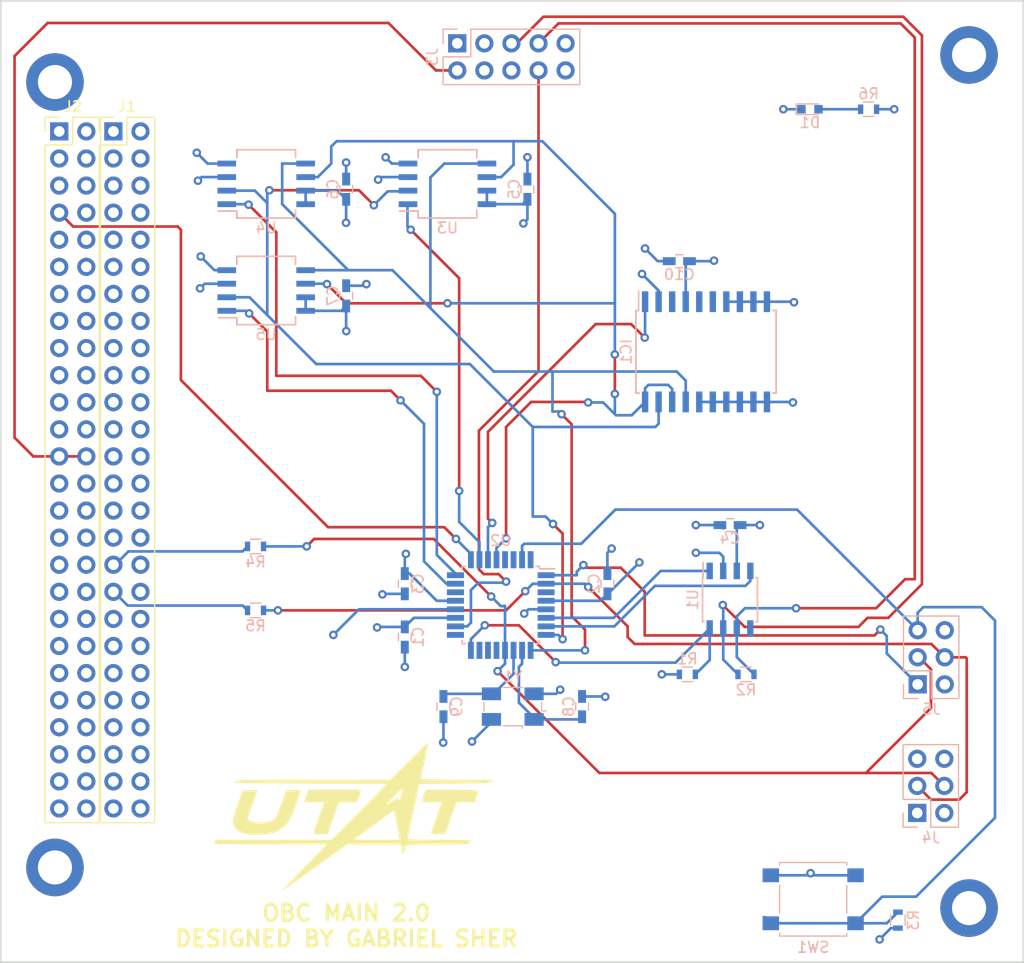
<source format=kicad_pcb>
(kicad_pcb (version 4) (host pcbnew 4.0.7)
  (layers (0 F.Cu signal) (1 GND-In1.Cu power) (2 3V3-In2.Cu power) (31 B.Cu signal) (34 B.Paste user hide) (35 F.Paste user hide) (36 B.SilkS user) (37 F.SilkS user) (38 B.Mask user) (39 F.Mask user) (44 Edge.Cuts user))
  (net 0 "")
  (net 1 GND)
  (net 2 +3V3)
  (net 3 "Net-(C8-Pad2)")
  (net 4 "Net-(C9-Pad2)")
  (net 5 "Net-(D1-Pad2)")
  (net 6 /CS_RTC)
  (net 7 "Net-(IC1-Pad3)")
  (net 8 "Net-(IC1-Pad5)")
  (net 9 "Net-(IC1-Pad6)")
  (net 10 /MOSI)
  (net 11 /SCK)
  (net 12 /MISO)
  (net 13 "Net-(J1-Pad1)")
  (net 14 "Net-(J1-Pad2)")
  (net 15 "Net-(J1-Pad3)")
  (net 16 "Net-(J1-Pad4)")
  (net 17 "Net-(J1-Pad5)")
  (net 18 "Net-(J1-Pad6)")
  (net 19 "Net-(J1-Pad7)")
  (net 20 "Net-(J1-Pad8)")
  (net 21 "Net-(J1-Pad9)")
  (net 22 "Net-(J1-Pad10)")
  (net 23 "Net-(J1-Pad11)")
  (net 24 "Net-(J1-Pad12)")
  (net 25 "Net-(J1-Pad13)")
  (net 26 "Net-(J1-Pad14)")
  (net 27 "Net-(J1-Pad15)")
  (net 28 "Net-(J1-Pad16)")
  (net 29 "Net-(J1-Pad17)")
  (net 30 "Net-(J1-Pad18)")
  (net 31 "Net-(J1-Pad19)")
  (net 32 "Net-(J1-Pad20)")
  (net 33 "Net-(J1-Pad21)")
  (net 34 "Net-(J1-Pad22)")
  (net 35 "Net-(J1-Pad23)")
  (net 36 "Net-(J1-Pad24)")
  (net 37 "Net-(J1-Pad25)")
  (net 38 "Net-(J1-Pad26)")
  (net 39 "Net-(J1-Pad27)")
  (net 40 "Net-(J1-Pad28)")
  (net 41 "Net-(J1-Pad29)")
  (net 42 "Net-(J1-Pad30)")
  (net 43 "Net-(J1-Pad31)")
  (net 44 "Net-(J1-Pad32)")
  (net 45 /COM_RXD)
  (net 46 "Net-(J1-Pad34)")
  (net 47 /COM_TXD)
  (net 48 "Net-(J1-Pad36)")
  (net 49 "Net-(J1-Pad37)")
  (net 50 "Net-(J1-Pad38)")
  (net 51 "Net-(J1-Pad39)")
  (net 52 "Net-(J1-Pad40)")
  (net 53 "Net-(J1-Pad41)")
  (net 54 "Net-(J1-Pad42)")
  (net 55 "Net-(J1-Pad43)")
  (net 56 "Net-(J1-Pad44)")
  (net 57 "Net-(J1-Pad45)")
  (net 58 "Net-(J1-Pad46)")
  (net 59 "Net-(J1-Pad47)")
  (net 60 "Net-(J1-Pad48)")
  (net 61 "Net-(J1-Pad49)")
  (net 62 "Net-(J1-Pad50)")
  (net 63 "Net-(J1-Pad51)")
  (net 64 "Net-(J1-Pad52)")
  (net 65 "Net-(J2-Pad1)")
  (net 66 "Net-(J2-Pad2)")
  (net 67 "Net-(J2-Pad3)")
  (net 68 "Net-(J2-Pad4)")
  (net 69 "Net-(J2-Pad5)")
  (net 70 "Net-(J2-Pad6)")
  (net 71 /EN_UHF)
  (net 72 "Net-(J2-Pad8)")
  (net 73 "Net-(J2-Pad9)")
  (net 74 "Net-(J2-Pad10)")
  (net 75 "Net-(J2-Pad11)")
  (net 76 "Net-(J2-Pad12)")
  (net 77 "Net-(J2-Pad13)")
  (net 78 "Net-(J2-Pad14)")
  (net 79 "Net-(J2-Pad15)")
  (net 80 "Net-(J2-Pad16)")
  (net 81 "Net-(J2-Pad17)")
  (net 82 "Net-(J2-Pad18)")
  (net 83 "Net-(J2-Pad19)")
  (net 84 "Net-(J2-Pad20)")
  (net 85 "Net-(J2-Pad21)")
  (net 86 "Net-(J2-Pad22)")
  (net 87 "Net-(J2-Pad23)")
  (net 88 "Net-(J2-Pad24)")
  (net 89 +5V)
  (net 90 "Net-(J2-Pad33)")
  (net 91 "Net-(J2-Pad34)")
  (net 92 "Net-(J2-Pad35)")
  (net 93 "Net-(J2-Pad36)")
  (net 94 "Net-(J2-Pad37)")
  (net 95 "Net-(J2-Pad38)")
  (net 96 "Net-(J2-Pad39)")
  (net 97 "Net-(J2-Pad40)")
  (net 98 "Net-(J2-Pad41)")
  (net 99 "Net-(J2-Pad42)")
  (net 100 "Net-(J2-Pad43)")
  (net 101 "Net-(J2-Pad44)")
  (net 102 "Net-(J2-Pad45)")
  (net 103 "Net-(J2-Pad46)")
  (net 104 "Net-(J2-Pad47)")
  (net 105 "Net-(J2-Pad48)")
  (net 106 "Net-(J2-Pad49)")
  (net 107 "Net-(J2-Pad50)")
  (net 108 "Net-(J2-Pad51)")
  (net 109 "Net-(J2-Pad52)")
  (net 110 "Net-(J3-Pad3)")
  (net 111 "Net-(J3-Pad4)")
  (net 112 /CANH)
  (net 113 "Net-(J3-Pad6)")
  (net 114 /CANL)
  (net 115 /EPS_RST)
  (net 116 /MOSI_A)
  (net 117 /SCK_A)
  (net 118 /MISO_A)
  (net 119 /RST)
  (net 120 /CAN_LPWR)
  (net 121 /CAN_TX)
  (net 122 /CAN_RX)
  (net 123 "Net-(U1-Pad5)")
  (net 124 "Net-(U2-Pad3)")
  (net 125 "Net-(U2-Pad13)")
  (net 126 "Net-(U2-Pad14)")
  (net 127 "Net-(U2-Pad15)")
  (net 128 "Net-(U2-Pad17)")
  (net 129 "Net-(U2-Pad22)")
  (net 130 /CS_MEM3)
  (net 131 /CS_MEM2)
  (net 132 /CS_MEM1)
  (net 133 "Net-(U2-Pad29)")
  (net 134 "Net-(U2-Pad30)")
  (net 135 "Net-(U2-Pad32)")
  (module Pin_Headers:Pin_Header_Straight_2x26_Pitch2.54mm (layer F.Cu) (at 110.67 62.08)
    (fp_text reference J1 (at 1.27 -2.33) (layer F.SilkS))
    (fp_text value H1)
    (pad 1 thru_hole rect (at 0 0) (size 1.7 1.7) (drill 1) (layers *.Cu *.Mask) (net 13 "Net-(J1-Pad1)"))
    (pad 2 thru_hole oval (at 2.54 0) (size 1.7 1.7) (drill 1) (layers *.Cu *.Mask) (net 14 "Net-(J1-Pad2)"))
    (pad 3 thru_hole oval (at 0 2.54) (size 1.7 1.7) (drill 1) (layers *.Cu *.Mask) (net 15 "Net-(J1-Pad3)"))
    (pad 4 thru_hole oval (at 2.54 2.54) (size 1.7 1.7) (drill 1) (layers *.Cu *.Mask) (net 16 "Net-(J1-Pad4)"))
    (pad 5 thru_hole oval (at 0 5.08) (size 1.7 1.7) (drill 1) (layers *.Cu *.Mask) (net 17 "Net-(J1-Pad5)"))
    (pad 6 thru_hole oval (at 2.54 5.08) (size 1.7 1.7) (drill 1) (layers *.Cu *.Mask) (net 18 "Net-(J1-Pad6)"))
    (pad 7 thru_hole oval (at 0 7.62) (size 1.7 1.7) (drill 1) (layers *.Cu *.Mask) (net 19 "Net-(J1-Pad7)"))
    (pad 8 thru_hole oval (at 2.54 7.62) (size 1.7 1.7) (drill 1) (layers *.Cu *.Mask) (net 20 "Net-(J1-Pad8)"))
    (pad 9 thru_hole oval (at 0 10.16) (size 1.7 1.7) (drill 1) (layers *.Cu *.Mask) (net 21 "Net-(J1-Pad9)"))
    (pad 10 thru_hole oval (at 2.54 10.16) (size 1.7 1.7) (drill 1) (layers *.Cu *.Mask) (net 22 "Net-(J1-Pad10)"))
    (pad 11 thru_hole oval (at 0 12.7) (size 1.7 1.7) (drill 1) (layers *.Cu *.Mask) (net 23 "Net-(J1-Pad11)"))
    (pad 12 thru_hole oval (at 2.54 12.7) (size 1.7 1.7) (drill 1) (layers *.Cu *.Mask) (net 24 "Net-(J1-Pad12)"))
    (pad 13 thru_hole oval (at 0 15.24) (size 1.7 1.7) (drill 1) (layers *.Cu *.Mask) (net 25 "Net-(J1-Pad13)"))
    (pad 14 thru_hole oval (at 2.54 15.24) (size 1.7 1.7) (drill 1) (layers *.Cu *.Mask) (net 26 "Net-(J1-Pad14)"))
    (pad 15 thru_hole oval (at 0 17.78) (size 1.7 1.7) (drill 1) (layers *.Cu *.Mask) (net 27 "Net-(J1-Pad15)"))
    (pad 16 thru_hole oval (at 2.54 17.78) (size 1.7 1.7) (drill 1) (layers *.Cu *.Mask) (net 28 "Net-(J1-Pad16)"))
    (pad 17 thru_hole oval (at 0 20.32) (size 1.7 1.7) (drill 1) (layers *.Cu *.Mask) (net 29 "Net-(J1-Pad17)"))
    (pad 18 thru_hole oval (at 2.54 20.32) (size 1.7 1.7) (drill 1) (layers *.Cu *.Mask) (net 30 "Net-(J1-Pad18)"))
    (pad 19 thru_hole oval (at 0 22.86) (size 1.7 1.7) (drill 1) (layers *.Cu *.Mask) (net 31 "Net-(J1-Pad19)"))
    (pad 20 thru_hole oval (at 2.54 22.86) (size 1.7 1.7) (drill 1) (layers *.Cu *.Mask) (net 32 "Net-(J1-Pad20)"))
    (pad 21 thru_hole oval (at 0 25.4) (size 1.7 1.7) (drill 1) (layers *.Cu *.Mask) (net 33 "Net-(J1-Pad21)"))
    (pad 22 thru_hole oval (at 2.54 25.4) (size 1.7 1.7) (drill 1) (layers *.Cu *.Mask) (net 34 "Net-(J1-Pad22)"))
    (pad 23 thru_hole oval (at 0 27.94) (size 1.7 1.7) (drill 1) (layers *.Cu *.Mask) (net 35 "Net-(J1-Pad23)"))
    (pad 24 thru_hole oval (at 2.54 27.94) (size 1.7 1.7) (drill 1) (layers *.Cu *.Mask) (net 36 "Net-(J1-Pad24)"))
    (pad 25 thru_hole oval (at 0 30.48) (size 1.7 1.7) (drill 1) (layers *.Cu *.Mask) (net 37 "Net-(J1-Pad25)"))
    (pad 26 thru_hole oval (at 2.54 30.48) (size 1.7 1.7) (drill 1) (layers *.Cu *.Mask) (net 38 "Net-(J1-Pad26)"))
    (pad 27 thru_hole oval (at 0 33.02) (size 1.7 1.7) (drill 1) (layers *.Cu *.Mask) (net 39 "Net-(J1-Pad27)"))
    (pad 28 thru_hole oval (at 2.54 33.02) (size 1.7 1.7) (drill 1) (layers *.Cu *.Mask) (net 40 "Net-(J1-Pad28)"))
    (pad 29 thru_hole oval (at 0 35.56) (size 1.7 1.7) (drill 1) (layers *.Cu *.Mask) (net 41 "Net-(J1-Pad29)"))
    (pad 30 thru_hole oval (at 2.54 35.56) (size 1.7 1.7) (drill 1) (layers *.Cu *.Mask) (net 42 "Net-(J1-Pad30)"))
    (pad 31 thru_hole oval (at 0 38.1) (size 1.7 1.7) (drill 1) (layers *.Cu *.Mask) (net 43 "Net-(J1-Pad31)"))
    (pad 32 thru_hole oval (at 2.54 38.1) (size 1.7 1.7) (drill 1) (layers *.Cu *.Mask) (net 44 "Net-(J1-Pad32)"))
    (pad 33 thru_hole oval (at 0 40.64) (size 1.7 1.7) (drill 1) (layers *.Cu *.Mask) (net 45 /COM_RXD))
    (pad 34 thru_hole oval (at 2.54 40.64) (size 1.7 1.7) (drill 1) (layers *.Cu *.Mask) (net 46 "Net-(J1-Pad34)"))
    (pad 35 thru_hole oval (at 0 43.18) (size 1.7 1.7) (drill 1) (layers *.Cu *.Mask) (net 47 /COM_TXD))
    (pad 36 thru_hole oval (at 2.54 43.18) (size 1.7 1.7) (drill 1) (layers *.Cu *.Mask) (net 48 "Net-(J1-Pad36)"))
    (pad 37 thru_hole oval (at 0 45.72) (size 1.7 1.7) (drill 1) (layers *.Cu *.Mask) (net 49 "Net-(J1-Pad37)"))
    (pad 38 thru_hole oval (at 2.54 45.72) (size 1.7 1.7) (drill 1) (layers *.Cu *.Mask) (net 50 "Net-(J1-Pad38)"))
    (pad 39 thru_hole oval (at 0 48.26) (size 1.7 1.7) (drill 1) (layers *.Cu *.Mask) (net 51 "Net-(J1-Pad39)"))
    (pad 40 thru_hole oval (at 2.54 48.26) (size 1.7 1.7) (drill 1) (layers *.Cu *.Mask) (net 52 "Net-(J1-Pad40)"))
    (pad 41 thru_hole oval (at 0 50.8) (size 1.7 1.7) (drill 1) (layers *.Cu *.Mask) (net 53 "Net-(J1-Pad41)"))
    (pad 42 thru_hole oval (at 2.54 50.8) (size 1.7 1.7) (drill 1) (layers *.Cu *.Mask) (net 54 "Net-(J1-Pad42)"))
    (pad 43 thru_hole oval (at 0 53.34) (size 1.7 1.7) (drill 1) (layers *.Cu *.Mask) (net 55 "Net-(J1-Pad43)"))
    (pad 44 thru_hole oval (at 2.54 53.34) (size 1.7 1.7) (drill 1) (layers *.Cu *.Mask) (net 56 "Net-(J1-Pad44)"))
    (pad 45 thru_hole oval (at 0 55.88) (size 1.7 1.7) (drill 1) (layers *.Cu *.Mask) (net 57 "Net-(J1-Pad45)"))
    (pad 46 thru_hole oval (at 2.54 55.88) (size 1.7 1.7) (drill 1) (layers *.Cu *.Mask) (net 58 "Net-(J1-Pad46)"))
    (pad 47 thru_hole oval (at 0 58.42) (size 1.7 1.7) (drill 1) (layers *.Cu *.Mask) (net 59 "Net-(J1-Pad47)"))
    (pad 48 thru_hole oval (at 2.54 58.42) (size 1.7 1.7) (drill 1) (layers *.Cu *.Mask) (net 60 "Net-(J1-Pad48)"))
    (pad 49 thru_hole oval (at 0 60.96) (size 1.7 1.7) (drill 1) (layers *.Cu *.Mask) (net 61 "Net-(J1-Pad49)"))
    (pad 50 thru_hole oval (at 2.54 60.96) (size 1.7 1.7) (drill 1) (layers *.Cu *.Mask) (net 62 "Net-(J1-Pad50)"))
    (pad 51 thru_hole oval (at 0 63.5) (size 1.7 1.7) (drill 1) (layers *.Cu *.Mask) (net 63 "Net-(J1-Pad51)"))
    (pad 52 thru_hole oval (at 2.54 63.5) (size 1.7 1.7) (drill 1) (layers *.Cu *.Mask) (net 64 "Net-(J1-Pad52)"))
  )
  (module Pin_Headers:Pin_Header_Straight_2x26_Pitch2.54mm (layer F.Cu) (at 105.59 62.08)
    (fp_text reference J2 (at 1.27 -2.33) (layer F.SilkS))
    (fp_text value H2)
    (pad 1 thru_hole rect (at 0 0) (size 1.7 1.7) (drill 1) (layers *.Cu *.Mask) (net 65 "Net-(J2-Pad1)"))
    (pad 2 thru_hole oval (at 2.54 0) (size 1.7 1.7) (drill 1) (layers *.Cu *.Mask) (net 66 "Net-(J2-Pad2)"))
    (pad 3 thru_hole oval (at 0 2.54) (size 1.7 1.7) (drill 1) (layers *.Cu *.Mask) (net 67 "Net-(J2-Pad3)"))
    (pad 4 thru_hole oval (at 2.54 2.54) (size 1.7 1.7) (drill 1) (layers *.Cu *.Mask) (net 68 "Net-(J2-Pad4)"))
    (pad 5 thru_hole oval (at 0 5.08) (size 1.7 1.7) (drill 1) (layers *.Cu *.Mask) (net 69 "Net-(J2-Pad5)"))
    (pad 6 thru_hole oval (at 2.54 5.08) (size 1.7 1.7) (drill 1) (layers *.Cu *.Mask) (net 70 "Net-(J2-Pad6)"))
    (pad 7 thru_hole oval (at 0 7.62) (size 1.7 1.7) (drill 1) (layers *.Cu *.Mask) (net 71 /EN_UHF))
    (pad 8 thru_hole oval (at 2.54 7.62) (size 1.7 1.7) (drill 1) (layers *.Cu *.Mask) (net 72 "Net-(J2-Pad8)"))
    (pad 9 thru_hole oval (at 0 10.16) (size 1.7 1.7) (drill 1) (layers *.Cu *.Mask) (net 73 "Net-(J2-Pad9)"))
    (pad 10 thru_hole oval (at 2.54 10.16) (size 1.7 1.7) (drill 1) (layers *.Cu *.Mask) (net 74 "Net-(J2-Pad10)"))
    (pad 11 thru_hole oval (at 0 12.7) (size 1.7 1.7) (drill 1) (layers *.Cu *.Mask) (net 75 "Net-(J2-Pad11)"))
    (pad 12 thru_hole oval (at 2.54 12.7) (size 1.7 1.7) (drill 1) (layers *.Cu *.Mask) (net 76 "Net-(J2-Pad12)"))
    (pad 13 thru_hole oval (at 0 15.24) (size 1.7 1.7) (drill 1) (layers *.Cu *.Mask) (net 77 "Net-(J2-Pad13)"))
    (pad 14 thru_hole oval (at 2.54 15.24) (size 1.7 1.7) (drill 1) (layers *.Cu *.Mask) (net 78 "Net-(J2-Pad14)"))
    (pad 15 thru_hole oval (at 0 17.78) (size 1.7 1.7) (drill 1) (layers *.Cu *.Mask) (net 79 "Net-(J2-Pad15)"))
    (pad 16 thru_hole oval (at 2.54 17.78) (size 1.7 1.7) (drill 1) (layers *.Cu *.Mask) (net 80 "Net-(J2-Pad16)"))
    (pad 17 thru_hole oval (at 0 20.32) (size 1.7 1.7) (drill 1) (layers *.Cu *.Mask) (net 81 "Net-(J2-Pad17)"))
    (pad 18 thru_hole oval (at 2.54 20.32) (size 1.7 1.7) (drill 1) (layers *.Cu *.Mask) (net 82 "Net-(J2-Pad18)"))
    (pad 19 thru_hole oval (at 0 22.86) (size 1.7 1.7) (drill 1) (layers *.Cu *.Mask) (net 83 "Net-(J2-Pad19)"))
    (pad 20 thru_hole oval (at 2.54 22.86) (size 1.7 1.7) (drill 1) (layers *.Cu *.Mask) (net 84 "Net-(J2-Pad20)"))
    (pad 21 thru_hole oval (at 0 25.4) (size 1.7 1.7) (drill 1) (layers *.Cu *.Mask) (net 85 "Net-(J2-Pad21)"))
    (pad 22 thru_hole oval (at 2.54 25.4) (size 1.7 1.7) (drill 1) (layers *.Cu *.Mask) (net 86 "Net-(J2-Pad22)"))
    (pad 23 thru_hole oval (at 0 27.94) (size 1.7 1.7) (drill 1) (layers *.Cu *.Mask) (net 87 "Net-(J2-Pad23)"))
    (pad 24 thru_hole oval (at 2.54 27.94) (size 1.7 1.7) (drill 1) (layers *.Cu *.Mask) (net 88 "Net-(J2-Pad24)"))
    (pad 25 thru_hole oval (at 0 30.48) (size 1.7 1.7) (drill 1) (layers *.Cu *.Mask) (net 89 +5V))
    (pad 26 thru_hole oval (at 2.54 30.48) (size 1.7 1.7) (drill 1) (layers *.Cu *.Mask) (net 89 +5V))
    (pad 27 thru_hole oval (at 0 33.02) (size 1.7 1.7) (drill 1) (layers *.Cu *.Mask) (net 2 +3V3))
    (pad 28 thru_hole oval (at 2.54 33.02) (size 1.7 1.7) (drill 1) (layers *.Cu *.Mask) (net 2 +3V3))
    (pad 29 thru_hole oval (at 0 35.56) (size 1.7 1.7) (drill 1) (layers *.Cu *.Mask) (net 1 GND))
    (pad 30 thru_hole oval (at 2.54 35.56) (size 1.7 1.7) (drill 1) (layers *.Cu *.Mask) (net 1 GND))
    (pad 31 thru_hole oval (at 0 38.1) (size 1.7 1.7) (drill 1) (layers *.Cu *.Mask) (net 1 GND))
    (pad 32 thru_hole oval (at 2.54 38.1) (size 1.7 1.7) (drill 1) (layers *.Cu *.Mask) (net 1 GND))
    (pad 33 thru_hole oval (at 0 40.64) (size 1.7 1.7) (drill 1) (layers *.Cu *.Mask) (net 90 "Net-(J2-Pad33)"))
    (pad 34 thru_hole oval (at 2.54 40.64) (size 1.7 1.7) (drill 1) (layers *.Cu *.Mask) (net 91 "Net-(J2-Pad34)"))
    (pad 35 thru_hole oval (at 0 43.18) (size 1.7 1.7) (drill 1) (layers *.Cu *.Mask) (net 92 "Net-(J2-Pad35)"))
    (pad 36 thru_hole oval (at 2.54 43.18) (size 1.7 1.7) (drill 1) (layers *.Cu *.Mask) (net 93 "Net-(J2-Pad36)"))
    (pad 37 thru_hole oval (at 0 45.72) (size 1.7 1.7) (drill 1) (layers *.Cu *.Mask) (net 94 "Net-(J2-Pad37)"))
    (pad 38 thru_hole oval (at 2.54 45.72) (size 1.7 1.7) (drill 1) (layers *.Cu *.Mask) (net 95 "Net-(J2-Pad38)"))
    (pad 39 thru_hole oval (at 0 48.26) (size 1.7 1.7) (drill 1) (layers *.Cu *.Mask) (net 96 "Net-(J2-Pad39)"))
    (pad 40 thru_hole oval (at 2.54 48.26) (size 1.7 1.7) (drill 1) (layers *.Cu *.Mask) (net 97 "Net-(J2-Pad40)"))
    (pad 41 thru_hole oval (at 0 50.8) (size 1.7 1.7) (drill 1) (layers *.Cu *.Mask) (net 98 "Net-(J2-Pad41)"))
    (pad 42 thru_hole oval (at 2.54 50.8) (size 1.7 1.7) (drill 1) (layers *.Cu *.Mask) (net 99 "Net-(J2-Pad42)"))
    (pad 43 thru_hole oval (at 0 53.34) (size 1.7 1.7) (drill 1) (layers *.Cu *.Mask) (net 100 "Net-(J2-Pad43)"))
    (pad 44 thru_hole oval (at 2.54 53.34) (size 1.7 1.7) (drill 1) (layers *.Cu *.Mask) (net 101 "Net-(J2-Pad44)"))
    (pad 45 thru_hole oval (at 0 55.88) (size 1.7 1.7) (drill 1) (layers *.Cu *.Mask) (net 102 "Net-(J2-Pad45)"))
    (pad 46 thru_hole oval (at 2.54 55.88) (size 1.7 1.7) (drill 1) (layers *.Cu *.Mask) (net 103 "Net-(J2-Pad46)"))
    (pad 47 thru_hole oval (at 0 58.42) (size 1.7 1.7) (drill 1) (layers *.Cu *.Mask) (net 104 "Net-(J2-Pad47)"))
    (pad 48 thru_hole oval (at 2.54 58.42) (size 1.7 1.7) (drill 1) (layers *.Cu *.Mask) (net 105 "Net-(J2-Pad48)"))
    (pad 49 thru_hole oval (at 0 60.96) (size 1.7 1.7) (drill 1) (layers *.Cu *.Mask) (net 106 "Net-(J2-Pad49)"))
    (pad 50 thru_hole oval (at 2.54 60.96) (size 1.7 1.7) (drill 1) (layers *.Cu *.Mask) (net 107 "Net-(J2-Pad50)"))
    (pad 51 thru_hole oval (at 0 63.5) (size 1.7 1.7) (drill 1) (layers *.Cu *.Mask) (net 108 "Net-(J2-Pad51)"))
    (pad 52 thru_hole oval (at 2.54 63.5) (size 1.7 1.7) (drill 1) (layers *.Cu *.Mask) (net 109 "Net-(J2-Pad52)"))
  )
  (module Capacitors_SMD:C_0603_HandSoldering (layer B.Cu) (at 138 109.5 90)
    (fp_text reference C1 (at 0 1.25 90) (layer B.SilkS) (effects (justify mirror)))
    (fp_text value 100nF)
    (pad 1 smd rect (at -0.95 0 90) (size 1.2 0.75) (layers B.Cu B.Paste B.Mask) (net 1 GND))
    (pad 2 smd rect (at 0.95 0 90) (size 1.2 0.75) (layers B.Cu B.Paste B.Mask) (net 2 +3V3))
  )
  (module Capacitors_SMD:C_0603_HandSoldering (layer B.Cu) (at 157 104.5 270)
    (fp_text reference C2 (at 0 1.25 270) (layer B.SilkS) (effects (justify mirror)))
    (fp_text value 100nF)
    (pad 1 smd rect (at -0.95 0 270) (size 1.2 0.75) (layers B.Cu B.Paste B.Mask) (net 1 GND))
    (pad 2 smd rect (at 0.95 0 270) (size 1.2 0.75) (layers B.Cu B.Paste B.Mask) (net 2 +3V3))
  )
  (module Capacitors_SMD:C_0603_HandSoldering (layer B.Cu) (at 138 104.5 90)
    (fp_text reference C3 (at 0 1.25 90) (layer B.SilkS) (effects (justify mirror)))
    (fp_text value 100nF)
    (pad 1 smd rect (at -0.95 0 90) (size 1.2 0.75) (layers B.Cu B.Paste B.Mask) (net 1 GND))
    (pad 2 smd rect (at 0.95 0 90) (size 1.2 0.75) (layers B.Cu B.Paste B.Mask) (net 2 +3V3))
  )
  (module Capacitors_SMD:C_0603_HandSoldering (layer B.Cu) (at 168.5 99)
    (fp_text reference C4 (at 0 1.25) (layer B.SilkS) (effects (justify mirror)))
    (fp_text value 100nF)
    (pad 1 smd rect (at -0.95 0) (size 1.2 0.75) (layers B.Cu B.Paste B.Mask) (net 1 GND))
    (pad 2 smd rect (at 0.95 0) (size 1.2 0.75) (layers B.Cu B.Paste B.Mask) (net 2 +3V3))
  )
  (module Capacitors_SMD:C_0603_HandSoldering (layer B.Cu) (at 149.5 67.5 270)
    (fp_text reference C5 (at 0 1.25 270) (layer B.SilkS) (effects (justify mirror)))
    (fp_text value 100nF)
    (pad 1 smd rect (at -0.95 0 270) (size 1.2 0.75) (layers B.Cu B.Paste B.Mask) (net 1 GND))
    (pad 2 smd rect (at 0.95 0 270) (size 1.2 0.75) (layers B.Cu B.Paste B.Mask) (net 2 +3V3))
  )
  (module Capacitors_SMD:C_0603_HandSoldering (layer B.Cu) (at 132.5 67.5 270)
    (fp_text reference C6 (at 0 1.25 270) (layer B.SilkS) (effects (justify mirror)))
    (fp_text value 100nF)
    (pad 1 smd rect (at -0.95 0 270) (size 1.2 0.75) (layers B.Cu B.Paste B.Mask) (net 1 GND))
    (pad 2 smd rect (at 0.95 0 270) (size 1.2 0.75) (layers B.Cu B.Paste B.Mask) (net 2 +3V3))
  )
  (module Capacitors_SMD:C_0603_HandSoldering (layer B.Cu) (at 132.5 77.5 270)
    (fp_text reference C7 (at 0 1.25 270) (layer B.SilkS) (effects (justify mirror)))
    (fp_text value 100nF)
    (pad 1 smd rect (at -0.95 0 270) (size 1.2 0.75) (layers B.Cu B.Paste B.Mask) (net 1 GND))
    (pad 2 smd rect (at 0.95 0 270) (size 1.2 0.75) (layers B.Cu B.Paste B.Mask) (net 2 +3V3))
  )
  (module Capacitors_SMD:C_0603_HandSoldering (layer B.Cu) (at 154.625 116.025 270)
    (fp_text reference C8 (at 0 1.25 270) (layer B.SilkS) (effects (justify mirror)))
    (fp_text value 22pF)
    (pad 1 smd rect (at -0.95 0 270) (size 1.2 0.75) (layers B.Cu B.Paste B.Mask) (net 1 GND))
    (pad 2 smd rect (at 0.95 0 270) (size 1.2 0.75) (layers B.Cu B.Paste B.Mask) (net 3 "Net-(C8-Pad2)"))
  )
  (module Capacitors_SMD:C_0603_HandSoldering (layer B.Cu) (at 141.625 116.025 90)
    (fp_text reference C9 (at 0 1.25 90) (layer B.SilkS) (effects (justify mirror)))
    (fp_text value 22pF)
    (pad 1 smd rect (at -0.95 0 90) (size 1.2 0.75) (layers B.Cu B.Paste B.Mask) (net 1 GND))
    (pad 2 smd rect (at 0.95 0 90) (size 1.2 0.75) (layers B.Cu B.Paste B.Mask) (net 4 "Net-(C9-Pad2)"))
  )
  (module Capacitors_SMD:C_0603_HandSoldering (layer B.Cu) (at 163.75 74.25)
    (fp_text reference C10 (at 0 1.25) (layer B.SilkS) (effects (justify mirror)))
    (fp_text value 100nF)
    (pad 1 smd rect (at -0.95 0) (size 1.2 0.75) (layers B.Cu B.Paste B.Mask) (net 1 GND))
    (pad 2 smd rect (at 0.95 0) (size 1.2 0.75) (layers B.Cu B.Paste B.Mask) (net 2 +3V3))
  )
  (module LEDs:LED_0603 (layer B.Cu) (at 176 60)
    (fp_text reference D1 (at 0 1.25) (layer B.SilkS) (effects (justify mirror)))
    (fp_text value PWR_LED)
    (pad 2 smd rect (at 0.8 0 180) (size 0.8 0.8) (layers B.Cu B.Paste B.Mask) (net 5 "Net-(D1-Pad2)"))
    (pad 1 smd rect (at -0.8 0 180) (size 0.8 0.8) (layers B.Cu B.Paste B.Mask) (net 1 GND))
  )
  (module Housings_SOIC:SOIC-20W_7.5x12.8mm_Pitch1.27mm (layer B.Cu) (at 166.25 82.75 270)
    (fp_text reference IC1 (at 0 7.5 270) (layer B.SilkS) (effects (justify mirror)))
    (fp_text value DS3234)
    (pad 1 smd rect (at -4.7 5.715 270) (size 1.95 0.6) (layers B.Cu B.Paste B.Mask) (net 6 /CS_RTC))
    (pad 2 smd rect (at -4.7 4.445 270) (size 1.95 0.6) (layers B.Cu B.Paste B.Mask) (net 1 GND))
    (pad 3 smd rect (at -4.7 3.175 270) (size 1.95 0.6) (layers B.Cu B.Paste B.Mask) (net 7 "Net-(IC1-Pad3)"))
    (pad 4 smd rect (at -4.7 1.905 270) (size 1.95 0.6) (layers B.Cu B.Paste B.Mask) (net 2 +3V3))
    (pad 5 smd rect (at -4.7 0.635 270) (size 1.95 0.6) (layers B.Cu B.Paste B.Mask) (net 8 "Net-(IC1-Pad5)"))
    (pad 6 smd rect (at -4.7 -0.635 270) (size 1.95 0.6) (layers B.Cu B.Paste B.Mask) (net 9 "Net-(IC1-Pad6)"))
    (pad 7 smd rect (at -4.7 -1.905 270) (size 1.95 0.6) (layers B.Cu B.Paste B.Mask) (net 1 GND))
    (pad 8 smd rect (at -4.7 -3.175 270) (size 1.95 0.6) (layers B.Cu B.Paste B.Mask) (net 1 GND))
    (pad 9 smd rect (at -4.7 -4.445 270) (size 1.95 0.6) (layers B.Cu B.Paste B.Mask) (net 1 GND))
    (pad 10 smd rect (at -4.7 -5.715 270) (size 1.95 0.6) (layers B.Cu B.Paste B.Mask) (net 1 GND))
    (pad 11 smd rect (at 4.7 -5.715 270) (size 1.95 0.6) (layers B.Cu B.Paste B.Mask) (net 1 GND))
    (pad 12 smd rect (at 4.7 -4.445 270) (size 1.95 0.6) (layers B.Cu B.Paste B.Mask) (net 1 GND))
    (pad 13 smd rect (at 4.7 -3.175 270) (size 1.95 0.6) (layers B.Cu B.Paste B.Mask) (net 1 GND))
    (pad 14 smd rect (at 4.7 -1.905 270) (size 1.95 0.6) (layers B.Cu B.Paste B.Mask) (net 1 GND))
    (pad 15 smd rect (at 4.7 -0.635 270) (size 1.95 0.6) (layers B.Cu B.Paste B.Mask) (net 1 GND))
    (pad 16 smd rect (at 4.7 0.635 270) (size 1.95 0.6) (layers B.Cu B.Paste B.Mask) (net 1 GND))
    (pad 17 smd rect (at 4.7 1.905 270) (size 1.95 0.6) (layers B.Cu B.Paste B.Mask) (net 10 /MOSI))
    (pad 18 smd rect (at 4.7 3.175 270) (size 1.95 0.6) (layers B.Cu B.Paste B.Mask) (net 11 /SCK))
    (pad 19 smd rect (at 4.7 4.445 270) (size 1.95 0.6) (layers B.Cu B.Paste B.Mask) (net 12 /MISO))
    (pad 20 smd rect (at 4.7 5.715 270) (size 1.95 0.6) (layers B.Cu B.Paste B.Mask) (net 11 /SCK))
  )
  (module Resistors_SMD:R_0603 (layer B.Cu) (at 164.5 113 180)
    (fp_text reference R1 (at 0 1.45 180) (layer B.SilkS) (effects (justify mirror)))
    (fp_text value 1K)
    (pad 1 smd rect (at -0.75 0 180) (size 0.5 0.9) (layers B.Cu B.Paste B.Mask) (net 120 /CAN_LPWR))
    (pad 2 smd rect (at 0.75 0 180) (size 0.5 0.9) (layers B.Cu B.Paste B.Mask) (net 1 GND))
  )
  (module Resistors_SMD:R_0603 (layer B.Cu) (at 170 113)
    (fp_text reference R2 (at 0 1.45) (layer B.SilkS) (effects (justify mirror)))
    (fp_text value 120R)
    (pad 1 smd rect (at -0.75 0) (size 0.5 0.9) (layers B.Cu B.Paste B.Mask) (net 112 /CANH))
    (pad 2 smd rect (at 0.75 0) (size 0.5 0.9) (layers B.Cu B.Paste B.Mask) (net 114 /CANL))
  )
  (module Resistors_SMD:R_0603 (layer B.Cu) (at 184.25 136.05 90)
    (fp_text reference R3 (at 0 1.45 90) (layer B.SilkS) (effects (justify mirror)))
    (fp_text value 10K)
    (pad 1 smd rect (at -0.75 0 90) (size 0.5 0.9) (layers B.Cu B.Paste B.Mask) (net 2 +3V3))
    (pad 2 smd rect (at 0.75 0 90) (size 0.5 0.9) (layers B.Cu B.Paste B.Mask) (net 119 /RST))
  )
  (module Resistors_SMD:R_0603 (layer B.Cu) (at 124 101)
    (fp_text reference R4 (at 0 1.45) (layer B.SilkS) (effects (justify mirror)))
    (fp_text value 0R)
    (pad 1 smd rect (at -0.75 0) (size 0.5 0.9) (layers B.Cu B.Paste B.Mask) (net 45 /COM_RXD))
    (pad 2 smd rect (at 0.75 0) (size 0.5 0.9) (layers B.Cu B.Paste B.Mask) (net 117 /SCK_A))
  )
  (module Resistors_SMD:R_0603 (layer B.Cu) (at 124 107)
    (fp_text reference R5 (at 0 1.45) (layer B.SilkS) (effects (justify mirror)))
    (fp_text value 0R)
    (pad 1 smd rect (at -0.75 0) (size 0.5 0.9) (layers B.Cu B.Paste B.Mask) (net 47 /COM_TXD))
    (pad 2 smd rect (at 0.75 0) (size 0.5 0.9) (layers B.Cu B.Paste B.Mask) (net 116 /MOSI_A))
  )
  (module Resistors_SMD:R_0603 (layer B.Cu) (at 181.5 60 180)
    (fp_text reference R6 (at 0 1.45 180) (layer B.SilkS) (effects (justify mirror)))
    (fp_text value 120R)
    (pad 1 smd rect (at -0.75 0 180) (size 0.5 0.9) (layers B.Cu B.Paste B.Mask) (net 2 +3V3))
    (pad 2 smd rect (at 0.75 0 180) (size 0.5 0.9) (layers B.Cu B.Paste B.Mask) (net 5 "Net-(D1-Pad2)"))
  )
  (module Buttons_Switches_SMD:SW_SPST_B3S-1000 (layer B.Cu) (at 176.3 134.095554)
    (fp_text reference SW1 (at 0 4.5) (layer B.SilkS) (effects (justify mirror)))
    (fp_text value SW_RST)
    (pad 1 smd rect (at -3.975 2.25) (size 1.55 1.3) (layers B.Cu B.Paste B.Mask) (net 119 /RST))
    (pad 1 smd rect (at 3.975 2.25) (size 1.55 1.3) (layers B.Cu B.Paste B.Mask) (net 119 /RST))
    (pad 2 smd rect (at -3.975 -2.25) (size 1.55 1.3) (layers B.Cu B.Paste B.Mask) (net 1 GND))
    (pad 2 smd rect (at 3.975 -2.25) (size 1.55 1.3) (layers B.Cu B.Paste B.Mask) (net 1 GND))
  )
  (module Housings_SOIC:SOIC-8_3.9x4.9mm_Pitch1.27mm (layer B.Cu) (at 168.5 106 270)
    (fp_text reference U1 (at 0 3.5 270) (layer B.SilkS) (effects (justify mirror)))
    (fp_text value SN65HVD230)
    (pad 1 smd rect (at -2.7 1.905 270) (size 1.55 0.6) (layers B.Cu B.Paste B.Mask) (net 121 /CAN_TX))
    (pad 2 smd rect (at -2.7 0.635 270) (size 1.55 0.6) (layers B.Cu B.Paste B.Mask) (net 1 GND))
    (pad 3 smd rect (at -2.7 -0.635 270) (size 1.55 0.6) (layers B.Cu B.Paste B.Mask) (net 2 +3V3))
    (pad 4 smd rect (at -2.7 -1.905 270) (size 1.55 0.6) (layers B.Cu B.Paste B.Mask) (net 122 /CAN_RX))
    (pad 5 smd rect (at 2.7 -1.905 270) (size 1.55 0.6) (layers B.Cu B.Paste B.Mask) (net 123 "Net-(U1-Pad5)"))
    (pad 6 smd rect (at 2.7 -0.635 270) (size 1.55 0.6) (layers B.Cu B.Paste B.Mask) (net 114 /CANL))
    (pad 7 smd rect (at 2.7 0.635 270) (size 1.55 0.6) (layers B.Cu B.Paste B.Mask) (net 112 /CANH))
    (pad 8 smd rect (at 2.7 1.905 270) (size 1.55 0.6) (layers B.Cu B.Paste B.Mask) (net 120 /CAN_LPWR))
  )
  (module Housings_QFP:TQFP-32_7x7mm_Pitch0.8mm (layer B.Cu) (at 147 106.5 180)
    (fp_text reference U2 (at 0 6.05 180) (layer B.SilkS) (effects (justify mirror)))
    (fp_text value ATMEGA32M1-MU)
    (pad 1 smd rect (at -4.25 2.8 180) (size 1.6 0.55) (layers B.Cu B.Paste B.Mask) (net 118 /MISO_A))
    (pad 2 smd rect (at -4.25 2 180) (size 1.6 0.55) (layers B.Cu B.Paste B.Mask) (net 116 /MOSI_A))
    (pad 3 smd rect (at -4.25 1.2 180) (size 1.6 0.55) (layers B.Cu B.Paste B.Mask) (net 124 "Net-(U2-Pad3)"))
    (pad 4 smd rect (at -4.25 0.4 180) (size 1.6 0.55) (layers B.Cu B.Paste B.Mask) (net 2 +3V3))
    (pad 5 smd rect (at -4.25 -0.4 180) (size 1.6 0.55) (layers B.Cu B.Paste B.Mask) (net 1 GND))
    (pad 6 smd rect (at -4.25 -1.2 180) (size 1.6 0.55) (layers B.Cu B.Paste B.Mask) (net 121 /CAN_TX))
    (pad 7 smd rect (at -4.25 -2 180) (size 1.6 0.55) (layers B.Cu B.Paste B.Mask) (net 122 /CAN_RX))
    (pad 8 smd rect (at -4.25 -2.8 180) (size 1.6 0.55) (layers B.Cu B.Paste B.Mask) (net 12 /MISO))
    (pad 9 smd rect (at -2.8 -4.25 90) (size 1.6 0.55) (layers B.Cu B.Paste B.Mask) (net 10 /MOSI))
    (pad 10 smd rect (at -2 -4.25 90) (size 1.6 0.55) (layers B.Cu B.Paste B.Mask) (net 3 "Net-(C8-Pad2)"))
    (pad 11 smd rect (at -1.2 -4.25 90) (size 1.6 0.55) (layers B.Cu B.Paste B.Mask) (net 4 "Net-(C9-Pad2)"))
    (pad 12 smd rect (at -0.4 -4.25 90) (size 1.6 0.55) (layers B.Cu B.Paste B.Mask) (net 117 /SCK_A))
    (pad 13 smd rect (at 0.4 -4.25 90) (size 1.6 0.55) (layers B.Cu B.Paste B.Mask) (net 125 "Net-(U2-Pad13)"))
    (pad 14 smd rect (at 1.2 -4.25 90) (size 1.6 0.55) (layers B.Cu B.Paste B.Mask) (net 126 "Net-(U2-Pad14)"))
    (pad 15 smd rect (at 2 -4.25 90) (size 1.6 0.55) (layers B.Cu B.Paste B.Mask) (net 127 "Net-(U2-Pad15)"))
    (pad 16 smd rect (at 2.8 -4.25 90) (size 1.6 0.55) (layers B.Cu B.Paste B.Mask) (net 120 /CAN_LPWR))
    (pad 17 smd rect (at 4.25 -2.8 180) (size 1.6 0.55) (layers B.Cu B.Paste B.Mask) (net 128 "Net-(U2-Pad17)"))
    (pad 18 smd rect (at 4.25 -2 180) (size 1.6 0.55) (layers B.Cu B.Paste B.Mask) (net 115 /EPS_RST))
    (pad 19 smd rect (at 4.25 -1.2 180) (size 1.6 0.55) (layers B.Cu B.Paste B.Mask) (net 2 +3V3))
    (pad 20 smd rect (at 4.25 -0.4 180) (size 1.6 0.55) (layers B.Cu B.Paste B.Mask) (net 1 GND))
    (pad 21 smd rect (at 4.25 0.4 180) (size 1.6 0.55) (layers B.Cu B.Paste B.Mask) (net 2 +3V3))
    (pad 22 smd rect (at 4.25 1.2 180) (size 1.6 0.55) (layers B.Cu B.Paste B.Mask) (net 129 "Net-(U2-Pad22)"))
    (pad 23 smd rect (at 4.25 2 180) (size 1.6 0.55) (layers B.Cu B.Paste B.Mask) (net 130 /CS_MEM3))
    (pad 24 smd rect (at 4.25 2.8 180) (size 1.6 0.55) (layers B.Cu B.Paste B.Mask) (net 131 /CS_MEM2))
    (pad 25 smd rect (at 2.8 4.25 90) (size 1.6 0.55) (layers B.Cu B.Paste B.Mask) (net 71 /EN_UHF))
    (pad 26 smd rect (at 2 4.25 90) (size 1.6 0.55) (layers B.Cu B.Paste B.Mask) (net 132 /CS_MEM1))
    (pad 27 smd rect (at 1.2 4.25 90) (size 1.6 0.55) (layers B.Cu B.Paste B.Mask) (net 6 /CS_RTC))
    (pad 28 smd rect (at 0.4 4.25 90) (size 1.6 0.55) (layers B.Cu B.Paste B.Mask) (net 11 /SCK))
    (pad 29 smd rect (at -0.4 4.25 90) (size 1.6 0.55) (layers B.Cu B.Paste B.Mask) (net 133 "Net-(U2-Pad29)"))
    (pad 30 smd rect (at -1.2 4.25 90) (size 1.6 0.55) (layers B.Cu B.Paste B.Mask) (net 134 "Net-(U2-Pad30)"))
    (pad 31 smd rect (at -2 4.25 90) (size 1.6 0.55) (layers B.Cu B.Paste B.Mask) (net 119 /RST))
    (pad 32 smd rect (at -2.8 4.25 90) (size 1.6 0.55) (layers B.Cu B.Paste B.Mask) (net 135 "Net-(U2-Pad32)"))
  )
  (module Housings_SOIC:SO-8_5.3x6.2mm_Pitch1.27mm (layer B.Cu) (at 142 67)
    (fp_text reference U3 (at 0 4.13) (layer B.SilkS) (effects (justify mirror)))
    (fp_text value SST25VF016B)
    (pad 1 smd rect (at -3.7 1.905) (size 1.75 0.55) (layers B.Cu B.Paste B.Mask) (net 132 /CS_MEM1))
    (pad 2 smd rect (at -3.7 0.635) (size 1.75 0.55) (layers B.Cu B.Paste B.Mask) (net 12 /MISO))
    (pad 3 smd rect (at -3.7 -0.635) (size 1.75 0.55) (layers B.Cu B.Paste B.Mask) (net 2 +3V3))
    (pad 4 smd rect (at -3.7 -1.905) (size 1.75 0.55) (layers B.Cu B.Paste B.Mask) (net 1 GND))
    (pad 5 smd rect (at 3.7 -1.905) (size 1.75 0.55) (layers B.Cu B.Paste B.Mask) (net 10 /MOSI))
    (pad 6 smd rect (at 3.7 -0.635) (size 1.75 0.55) (layers B.Cu B.Paste B.Mask) (net 11 /SCK))
    (pad 7 smd rect (at 3.7 0.635) (size 1.75 0.55) (layers B.Cu B.Paste B.Mask) (net 2 +3V3))
    (pad 8 smd rect (at 3.7 1.905) (size 1.75 0.55) (layers B.Cu B.Paste B.Mask) (net 2 +3V3))
  )
  (module Housings_SOIC:SO-8_5.3x6.2mm_Pitch1.27mm (layer B.Cu) (at 125 67)
    (fp_text reference U4 (at 0 4.13) (layer B.SilkS) (effects (justify mirror)))
    (fp_text value SST25VF016B)
    (pad 1 smd rect (at -3.7 1.905) (size 1.75 0.55) (layers B.Cu B.Paste B.Mask) (net 131 /CS_MEM2))
    (pad 2 smd rect (at -3.7 0.635) (size 1.75 0.55) (layers B.Cu B.Paste B.Mask) (net 12 /MISO))
    (pad 3 smd rect (at -3.7 -0.635) (size 1.75 0.55) (layers B.Cu B.Paste B.Mask) (net 2 +3V3))
    (pad 4 smd rect (at -3.7 -1.905) (size 1.75 0.55) (layers B.Cu B.Paste B.Mask) (net 1 GND))
    (pad 5 smd rect (at 3.7 -1.905) (size 1.75 0.55) (layers B.Cu B.Paste B.Mask) (net 10 /MOSI))
    (pad 6 smd rect (at 3.7 -0.635) (size 1.75 0.55) (layers B.Cu B.Paste B.Mask) (net 11 /SCK))
    (pad 7 smd rect (at 3.7 0.635) (size 1.75 0.55) (layers B.Cu B.Paste B.Mask) (net 2 +3V3))
    (pad 8 smd rect (at 3.7 1.905) (size 1.75 0.55) (layers B.Cu B.Paste B.Mask) (net 2 +3V3))
  )
  (module Housings_SOIC:SO-8_5.3x6.2mm_Pitch1.27mm (layer B.Cu) (at 125 77)
    (fp_text reference U5 (at 0 4.13) (layer B.SilkS) (effects (justify mirror)))
    (fp_text value SST25VF016B)
    (pad 1 smd rect (at -3.7 1.905) (size 1.75 0.55) (layers B.Cu B.Paste B.Mask) (net 130 /CS_MEM3))
    (pad 2 smd rect (at -3.7 0.635) (size 1.75 0.55) (layers B.Cu B.Paste B.Mask) (net 12 /MISO))
    (pad 3 smd rect (at -3.7 -0.635) (size 1.75 0.55) (layers B.Cu B.Paste B.Mask) (net 2 +3V3))
    (pad 4 smd rect (at -3.7 -1.905) (size 1.75 0.55) (layers B.Cu B.Paste B.Mask) (net 1 GND))
    (pad 5 smd rect (at 3.7 -1.905) (size 1.75 0.55) (layers B.Cu B.Paste B.Mask) (net 10 /MOSI))
    (pad 6 smd rect (at 3.7 -0.635) (size 1.75 0.55) (layers B.Cu B.Paste B.Mask) (net 11 /SCK))
    (pad 7 smd rect (at 3.7 0.635) (size 1.75 0.55) (layers B.Cu B.Paste B.Mask) (net 2 +3V3))
    (pad 8 smd rect (at 3.7 1.905) (size 1.75 0.55) (layers B.Cu B.Paste B.Mask) (net 2 +3V3))
  )
  (module Crystals:Crystal_SMD_Abracon_ABM3B-4pin_5.0x3.2mm (layer B.Cu) (at 148.125 116.025 180)
    (fp_text reference Y1 (at 0 2.8 180) (layer B.SilkS) (effects (justify mirror)))
    (fp_text value "8 MHz")
    (pad 1 smd rect (at -2 -1.2 180) (size 1.8 1.2) (layers B.Cu B.Paste B.Mask) (net 3 "Net-(C8-Pad2)"))
    (pad 2 smd rect (at 2 -1.2 180) (size 1.8 1.2) (layers B.Cu B.Paste B.Mask) (net 1 GND))
    (pad 3 smd rect (at 2 1.2 180) (size 1.8 1.2) (layers B.Cu B.Paste B.Mask) (net 4 "Net-(C9-Pad2)"))
    (pad 4 smd rect (at -2 1.2 180) (size 1.8 1.2) (layers B.Cu B.Paste B.Mask) (net 1 GND))
  )
  (module Pin_Headers:Pin_Header_Straight_2x05_Pitch2.54mm (layer B.Cu) (at 142.92 53.82 270)
    (fp_text reference J3 (at 1.27 2.33 270) (layer B.SilkS) (effects (justify mirror)))
    (fp_text value H_EPS)
    (pad 1 thru_hole rect (at 0 0 270) (size 1.7 1.7) (drill 1) (layers *.Cu *.Mask) (net 2 +3V3))
    (pad 2 thru_hole oval (at 2.54 0 270) (size 1.7 1.7) (drill 1) (layers *.Cu *.Mask) (net 89 +5V))
    (pad 3 thru_hole oval (at 0 -2.54 270) (size 1.7 1.7) (drill 1) (layers *.Cu *.Mask) (net 110 "Net-(J3-Pad3)"))
    (pad 4 thru_hole oval (at 2.54 -2.54 270) (size 1.7 1.7) (drill 1) (layers *.Cu *.Mask) (net 111 "Net-(J3-Pad4)"))
    (pad 5 thru_hole oval (at 0 -5.08 270) (size 1.7 1.7) (drill 1) (layers *.Cu *.Mask) (net 112 /CANH))
    (pad 6 thru_hole oval (at 2.54 -5.08 270) (size 1.7 1.7) (drill 1) (layers *.Cu *.Mask) (net 113 "Net-(J3-Pad6)"))
    (pad 7 thru_hole oval (at 0 -7.62 270) (size 1.7 1.7) (drill 1) (layers *.Cu *.Mask) (net 114 /CANL))
    (pad 8 thru_hole oval (at 2.54 -7.62 270) (size 1.7 1.7) (drill 1) (layers *.Cu *.Mask) (net 115 /EPS_RST))
    (pad 9 thru_hole oval (at 0 -10.16 270) (size 1.7 1.7) (drill 1) (layers *.Cu *.Mask) (net 1 GND))
    (pad 10 thru_hole oval (at 2.54 -10.16 270) (size 1.7 1.7) (drill 1) (layers *.Cu *.Mask) (net 1 GND))
  )
  (module Pin_Headers:Pin_Header_Straight_2x03_Pitch2.54mm (layer B.Cu) (at 186.06 126)
    (fp_text reference J4 (at 1.27 2.33) (layer B.SilkS) (effects (justify mirror)))
    (fp_text value "DEBUGGING PORT")
    (pad 1 thru_hole rect (at 0 0) (size 1.7 1.7) (drill 1) (layers *.Cu *.Mask) (net 2 +3V3))
    (pad 2 thru_hole oval (at 2.54 0) (size 1.7 1.7) (drill 1) (layers *.Cu *.Mask) (net 2 +3V3))
    (pad 3 thru_hole oval (at 0 -2.54) (size 1.7 1.7) (drill 1) (layers *.Cu *.Mask) (net 116 /MOSI_A))
    (pad 4 thru_hole oval (at 2.54 -2.54) (size 1.7 1.7) (drill 1) (layers *.Cu *.Mask) (net 117 /SCK_A))
    (pad 5 thru_hole oval (at 0 -5.08) (size 1.7 1.7) (drill 1) (layers *.Cu *.Mask) (net 1 GND))
    (pad 6 thru_hole oval (at 2.54 -5.08) (size 1.7 1.7) (drill 1) (layers *.Cu *.Mask) (net 1 GND))
  )
  (module Pin_Headers:Pin_Header_Straight_2x03_Pitch2.54mm (layer B.Cu) (at 186.1 113.94)
    (fp_text reference J5 (at 1.27 2.33) (layer B.SilkS) (effects (justify mirror)))
    (fp_text value "PROGRAMMING PORT")
    (pad 1 thru_hole rect (at 0 0) (size 1.7 1.7) (drill 1) (layers *.Cu *.Mask) (net 118 /MISO_A))
    (pad 2 thru_hole oval (at 2.54 0) (size 1.7 1.7) (drill 1) (layers *.Cu *.Mask) (net 2 +3V3))
    (pad 3 thru_hole oval (at 0 -2.54) (size 1.7 1.7) (drill 1) (layers *.Cu *.Mask) (net 117 /SCK_A))
    (pad 4 thru_hole oval (at 2.54 -2.54) (size 1.7 1.7) (drill 1) (layers *.Cu *.Mask) (net 116 /MOSI_A))
    (pad 5 thru_hole oval (at 0 -5.08) (size 1.7 1.7) (drill 1) (layers *.Cu *.Mask) (net 119 /RST))
    (pad 6 thru_hole oval (at 2.54 -5.08) (size 1.7 1.7) (drill 1) (layers *.Cu *.Mask) (net 1 GND))
  )
  (module obc-trans-pcb:utat-logo (layer F.Cu) (at 133.24 125.96)
    (fp_text reference G*** hide)
    (fp_text value LOGO hide)
  )
  (gr_text "OBC MAIN 2.0\nDESIGNED BY GABRIEL SHER" (at 132.51 136.59) (layer F.SilkS) (effects (font (size 1.5 1.5) (thickness 0.3))))
  (gr_line (start 100.11 140) (end 196 140) (angle 90) (layer Edge.Cuts) (width 0.15))
  (gr_line (start 100.11 49.83) (end 100.11 140) (angle 90) (layer Edge.Cuts) (width 0.15))
  (gr_line (start 196 49.83) (end 100.11 49.83) (angle 90) (layer Edge.Cuts) (width 0.15))
  (gr_line (start 196 49.83) (end 196 140) (angle 90) (layer Edge.Cuts) (width 0.15))
  (via (at 105.19 131.11) (size 5.4) (drill 3.2) (layers F.Cu B.Cu) (net 0))
  (via (at 190.92 134.92) (size 5.4) (drill 3.2) (layers F.Cu B.Cu) (net 0))
  (via (at 190.92 54.91) (size 5.4) (drill 3.2) (layers F.Cu B.Cu) (net 0))
  (via (at 105.19 57.45) (size 5.4) (drill 3.2) (layers F.Cu B.Cu) (net 0))
  (segment (start 161.805 78.05) (end 161.805 77.005) (width 0.25) (layer B.Cu) (net 1))
  (via (at 160.25 75.45) (size 0.8) (drill 0.4) (layers F.Cu B.Cu) (net 1))
  (segment (start 161.805 77.005) (end 160.25 75.45) (width 0.25) (layer B.Cu) (net 1))
  (segment (start 121.3 75.095) (end 120.145 75.095) (width 0.25) (layer B.Cu) (net 1))
  (via (at 118.86 73.81) (size 0.8) (drill 0.4) (layers F.Cu B.Cu) (net 1))
  (segment (start 120.145 75.095) (end 118.86 73.81) (width 0.25) (layer B.Cu) (net 1))
  (segment (start 162.8 74.25) (end 161.72 74.25) (width 0.25) (layer B.Cu) (net 1))
  (via (at 160.53 73.06) (size 0.8) (drill 0.4) (layers F.Cu B.Cu) (net 1))
  (segment (start 161.72 74.25) (end 160.53 73.06) (width 0.25) (layer B.Cu) (net 1))
  (segment (start 138.3 65.095) (end 136.785 65.095) (width 0.25) (layer B.Cu) (net 1))
  (via (at 136.2 64.51) (size 0.8) (drill 0.4) (layers F.Cu B.Cu) (net 1))
  (segment (start 136.785 65.095) (end 136.2 64.51) (width 0.25) (layer B.Cu) (net 1))
  (segment (start 121.3 65.095) (end 119.505 65.095) (width 0.25) (layer B.Cu) (net 1))
  (via (at 118.49 64.08) (size 0.8) (drill 0.4) (layers F.Cu B.Cu) (net 1))
  (segment (start 119.505 65.095) (end 118.49 64.08) (width 0.25) (layer B.Cu) (net 1))
  (segment (start 150.125 114.825) (end 152.185 114.825) (width 0.25) (layer B.Cu) (net 1))
  (via (at 152.57 114.44) (size 0.8) (drill 0.4) (layers F.Cu B.Cu) (net 1))
  (segment (start 152.185 114.825) (end 152.57 114.44) (width 0.25) (layer B.Cu) (net 1))
  (segment (start 154.625 115.075) (end 156.775 115.075) (width 0.25) (layer B.Cu) (net 1))
  (via (at 156.8 115.1) (size 0.8) (drill 0.4) (layers F.Cu B.Cu) (net 1))
  (segment (start 156.775 115.075) (end 156.8 115.1) (width 0.25) (layer B.Cu) (net 1))
  (segment (start 157 103.55) (end 157 101.6) (width 0.25) (layer B.Cu) (net 1))
  (via (at 157.4 101.2) (size 0.8) (drill 0.4) (layers F.Cu B.Cu) (net 1))
  (segment (start 157 101.6) (end 157.4 101.2) (width 0.25) (layer B.Cu) (net 1))
  (segment (start 151.25 106.9) (end 149.6 106.9) (width 0.25) (layer B.Cu) (net 1))
  (via (at 149.2 107.3) (size 0.8) (drill 0.4) (layers F.Cu B.Cu) (net 1))
  (segment (start 149.6 106.9) (end 149.2 107.3) (width 0.25) (layer B.Cu) (net 1))
  (segment (start 138 105.45) (end 135.95 105.45) (width 0.25) (layer B.Cu) (net 1))
  (via (at 135.9 105.5) (size 0.8) (drill 0.4) (layers F.Cu B.Cu) (net 1))
  (segment (start 135.95 105.45) (end 135.9 105.5) (width 0.25) (layer B.Cu) (net 1))
  (segment (start 142.75 106.9) (end 133.7 106.9) (width 0.25) (layer B.Cu) (net 1))
  (via (at 131.3 109.3) (size 0.8) (drill 0.4) (layers F.Cu B.Cu) (net 1))
  (segment (start 133.7 106.9) (end 131.3 109.3) (width 0.25) (layer B.Cu) (net 1))
  (segment (start 146.125 117.225) (end 146.125 117.475) (width 0.25) (layer B.Cu) (net 1))
  (segment (start 146.125 117.475) (end 144.3 119.3) (width 0.25) (layer B.Cu) (net 1))
  (via (at 144.3 119.3) (size 0.8) (drill 0.4) (layers F.Cu B.Cu) (net 1))
  (segment (start 167.865 103.3) (end 167.865 101.965) (width 0.25) (layer B.Cu) (net 1))
  (via (at 165.3 101.6) (size 0.8) (drill 0.4) (layers F.Cu B.Cu) (net 1))
  (segment (start 167.5 101.6) (end 165.3 101.6) (width 0.25) (layer B.Cu) (net 1))
  (segment (start 167.865 101.965) (end 167.5 101.6) (width 0.25) (layer B.Cu) (net 1))
  (segment (start 163.75 113) (end 162.1 113) (width 0.25) (layer B.Cu) (net 1))
  (via (at 162.1 113) (size 0.8) (drill 0.4) (layers F.Cu B.Cu) (net 1))
  (segment (start 154.375 114.825) (end 154.625 115.075) (width 0.25) (layer B.Cu) (net 1))
  (segment (start 141.875 117.225) (end 141.625 116.975) (width 0.25) (layer B.Cu) (net 1))
  (segment (start 141.625 116.975) (end 141.625 119.375) (width 0.25) (layer B.Cu) (net 1))
  (via (at 141.6 119.4) (size 0.8) (drill 0.4) (layers F.Cu B.Cu) (net 1))
  (segment (start 141.625 119.375) (end 141.6 119.4) (width 0.25) (layer B.Cu) (net 1))
  (segment (start 138 110.45) (end 138 112.3) (width 0.25) (layer B.Cu) (net 1))
  (via (at 138 112.3) (size 0.8) (drill 0.4) (layers F.Cu B.Cu) (net 1))
  (segment (start 167.55 99) (end 165.3 99) (width 0.25) (layer B.Cu) (net 1))
  (via (at 165.3 99) (size 0.8) (drill 0.4) (layers F.Cu B.Cu) (net 1))
  (segment (start 171.965 78.05) (end 174.45 78.05) (width 0.25) (layer B.Cu) (net 1))
  (via (at 174.5 78.1) (size 0.8) (drill 0.4) (layers F.Cu B.Cu) (net 1))
  (segment (start 174.45 78.05) (end 174.5 78.1) (width 0.25) (layer B.Cu) (net 1))
  (segment (start 171.965 87.45) (end 174.35 87.45) (width 0.25) (layer B.Cu) (net 1))
  (via (at 174.4 87.5) (size 0.8) (drill 0.4) (layers F.Cu B.Cu) (net 1))
  (segment (start 174.35 87.45) (end 174.4 87.5) (width 0.25) (layer B.Cu) (net 1))
  (segment (start 175.2 60) (end 173.5 60) (width 0.25) (layer B.Cu) (net 1))
  (via (at 173.5 60) (size 0.8) (drill 0.4) (layers F.Cu B.Cu) (net 1))
  (segment (start 149.5 66.55) (end 149.5 64.5) (width 0.25) (layer B.Cu) (net 1))
  (via (at 149.5 64.5) (size 0.8) (drill 0.4) (layers F.Cu B.Cu) (net 1))
  (segment (start 132.5 76.55) (end 134.25 76.55) (width 0.25) (layer B.Cu) (net 1))
  (via (at 134.4 76.4) (size 0.8) (drill 0.4) (layers F.Cu B.Cu) (net 1))
  (segment (start 134.25 76.55) (end 134.4 76.4) (width 0.25) (layer B.Cu) (net 1))
  (segment (start 132.5 66.55) (end 132.5 65) (width 0.25) (layer B.Cu) (net 1))
  (via (at 132.5 65) (size 0.8) (drill 0.4) (layers F.Cu B.Cu) (net 1))
  (segment (start 180.275 131.845554) (end 176.245554 131.845554) (width 0.25) (layer B.Cu) (net 1))
  (segment (start 175.854446 131.845554) (end 176.05 131.65) (width 0.25) (layer B.Cu) (net 1))
  (via (at 176.05 131.65) (size 0.8) (drill 0.4) (layers F.Cu B.Cu) (net 1))
  (segment (start 175.854446 131.845554) (end 172.325 131.845554) (width 0.25) (layer B.Cu) (net 1))
  (segment (start 176.245554 131.845554) (end 176.05 131.65) (width 0.25) (layer B.Cu) (net 1))
  (segment (start 150.375 115.075) (end 150.125 114.825) (width 0.25) (layer B.Cu) (net 1))
  (segment (start 170.695 78.05) (end 171.965 78.05) (width 0.25) (layer B.Cu) (net 1))
  (segment (start 169.425 78.05) (end 170.695 78.05) (width 0.25) (layer B.Cu) (net 1))
  (segment (start 168.155 78.05) (end 169.425 78.05) (width 0.25) (layer B.Cu) (net 1))
  (segment (start 170.695 87.45) (end 171.965 87.45) (width 0.25) (layer B.Cu) (net 1))
  (segment (start 169.425 87.45) (end 170.695 87.45) (width 0.25) (layer B.Cu) (net 1))
  (segment (start 168.155 87.45) (end 169.425 87.45) (width 0.25) (layer B.Cu) (net 1))
  (segment (start 166.885 87.45) (end 168.155 87.45) (width 0.25) (layer B.Cu) (net 1))
  (segment (start 165.615 87.45) (end 166.885 87.45) (width 0.25) (layer B.Cu) (net 1))
  (segment (start 171.965 87.45) (end 172.015 87.4) (width 0.25) (layer B.Cu) (net 1))
  (segment (start 167.865 99.315) (end 167.55 99) (width 0.25) (layer B.Cu) (net 1))
  (segment (start 132.5 78.45) (end 132.5 80.8) (width 0.25) (layer B.Cu) (net 2))
  (via (at 132.51 80.81) (size 0.8) (drill 0.4) (layers F.Cu B.Cu) (net 2))
  (segment (start 132.5 80.8) (end 132.51 80.81) (width 0.25) (layer B.Cu) (net 2))
  (segment (start 149.5 68.45) (end 149.5 70.33) (width 0.25) (layer B.Cu) (net 2))
  (via (at 149.12 70.71) (size 0.8) (drill 0.4) (layers F.Cu B.Cu) (net 2))
  (segment (start 149.5 70.33) (end 149.12 70.71) (width 0.25) (layer B.Cu) (net 2))
  (segment (start 132.5 68.45) (end 132.5 70.64) (width 0.25) (layer B.Cu) (net 2))
  (segment (start 132.49 70.65) (end 132.47 70.65) (width 0.25) (layer F.Cu) (net 2))
  (via (at 132.49 70.65) (size 0.8) (drill 0.4) (layers F.Cu B.Cu) (net 2))
  (segment (start 132.5 70.64) (end 132.49 70.65) (width 0.25) (layer B.Cu) (net 2))
  (segment (start 184.25 136.8) (end 183.59 136.8) (width 0.25) (layer B.Cu) (net 2))
  (via (at 182.53 137.86) (size 0.8) (drill 0.4) (layers F.Cu B.Cu) (net 2))
  (segment (start 183.59 136.8) (end 182.53 137.86) (width 0.25) (layer B.Cu) (net 2))
  (segment (start 157 105.45) (end 157.05 105.45) (width 0.25) (layer B.Cu) (net 2))
  (segment (start 157.05 105.45) (end 160 102.5) (width 0.25) (layer B.Cu) (net 2))
  (via (at 160 102.5) (size 0.8) (drill 0.4) (layers F.Cu B.Cu) (net 2))
  (segment (start 151.25 106.1) (end 156.35 106.1) (width 0.25) (layer B.Cu) (net 2))
  (segment (start 156.35 106.1) (end 157 105.45) (width 0.25) (layer B.Cu) (net 2))
  (segment (start 121.3 76.365) (end 119.235 76.365) (width 0.25) (layer B.Cu) (net 2))
  (via (at 118.8 76.8) (size 0.8) (drill 0.4) (layers F.Cu B.Cu) (net 2))
  (segment (start 119.235 76.365) (end 118.8 76.8) (width 0.25) (layer B.Cu) (net 2))
  (segment (start 138.3 66.365) (end 135.735 66.365) (width 0.25) (layer B.Cu) (net 2))
  (via (at 135.5 66.6) (size 0.8) (drill 0.4) (layers F.Cu B.Cu) (net 2))
  (segment (start 135.735 66.365) (end 135.5 66.6) (width 0.25) (layer B.Cu) (net 2))
  (segment (start 121.3 66.365) (end 118.935 66.365) (width 0.25) (layer B.Cu) (net 2))
  (via (at 118.6 66.7) (size 0.8) (drill 0.4) (layers F.Cu B.Cu) (net 2))
  (segment (start 118.935 66.365) (end 118.6 66.7) (width 0.25) (layer B.Cu) (net 2))
  (segment (start 138 103.55) (end 138 101.8) (width 0.25) (layer B.Cu) (net 2))
  (via (at 138.1 101.7) (size 0.8) (drill 0.4) (layers F.Cu B.Cu) (net 2))
  (segment (start 138 101.8) (end 138.1 101.7) (width 0.25) (layer B.Cu) (net 2))
  (segment (start 138 108.55) (end 135.45 108.55) (width 0.25) (layer B.Cu) (net 2))
  (via (at 135.4 108.6) (size 0.8) (drill 0.4) (layers F.Cu B.Cu) (net 2))
  (segment (start 135.45 108.55) (end 135.4 108.6) (width 0.25) (layer B.Cu) (net 2))
  (segment (start 169.45 99) (end 171.3 99) (width 0.25) (layer B.Cu) (net 2))
  (via (at 171.3 99) (size 0.8) (drill 0.4) (layers F.Cu B.Cu) (net 2))
  (segment (start 164.7 74.25) (end 166.95 74.25) (width 0.25) (layer B.Cu) (net 2))
  (via (at 167 74.2) (size 0.8) (drill 0.4) (layers F.Cu B.Cu) (net 2))
  (segment (start 166.95 74.25) (end 167 74.2) (width 0.25) (layer B.Cu) (net 2))
  (segment (start 182.25 60) (end 183.9 60) (width 0.25) (layer B.Cu) (net 2))
  (via (at 183.9 60) (size 0.8) (drill 0.4) (layers F.Cu B.Cu) (net 2))
  (segment (start 128.7 68.905) (end 128.7 67.635) (width 0.25) (layer B.Cu) (net 2))
  (segment (start 145.7 68.905) (end 149.045 68.905) (width 0.25) (layer B.Cu) (net 2))
  (segment (start 149.045 68.905) (end 149.5 68.45) (width 0.25) (layer B.Cu) (net 2))
  (segment (start 145.7 67.635) (end 145.7 68.905) (width 0.25) (layer B.Cu) (net 2))
  (segment (start 128.7 67.635) (end 131.685 67.635) (width 0.25) (layer B.Cu) (net 2))
  (segment (start 131.685 67.635) (end 132.5 68.45) (width 0.25) (layer B.Cu) (net 2))
  (segment (start 142.75 107.7) (end 138.85 107.7) (width 0.25) (layer B.Cu) (net 2))
  (segment (start 138.85 107.7) (end 138 108.55) (width 0.25) (layer B.Cu) (net 2))
  (segment (start 138 103.55) (end 138.45 103.55) (width 0.25) (layer B.Cu) (net 2))
  (segment (start 141 106.1) (end 142.75 106.1) (width 0.25) (layer B.Cu) (net 2))
  (segment (start 138.45 103.55) (end 141 106.1) (width 0.25) (layer B.Cu) (net 2))
  (segment (start 128.7 78.905) (end 132.045 78.905) (width 0.25) (layer B.Cu) (net 2))
  (segment (start 132.045 78.905) (end 132.5 78.45) (width 0.25) (layer B.Cu) (net 2))
  (segment (start 128.7 77.635) (end 128.7 78.905) (width 0.25) (layer B.Cu) (net 2))
  (segment (start 169.135 103.3) (end 169.135 99.315) (width 0.25) (layer B.Cu) (net 2))
  (segment (start 169.135 99.315) (end 169.45 99) (width 0.25) (layer B.Cu) (net 2))
  (segment (start 164.345 78.05) (end 164.345 74.605) (width 0.25) (layer B.Cu) (net 2))
  (segment (start 164.345 74.605) (end 164.7 74.25) (width 0.25) (layer B.Cu) (net 2))
  (segment (start 150.125 117.225) (end 150.125 117.075) (width 0.25) (layer B.Cu) (net 3))
  (segment (start 150.125 117.075) (end 148.7 115.65) (width 0.25) (layer B.Cu) (net 3))
  (segment (start 149 112) (end 149 110.75) (width 0.25) (layer B.Cu) (net 3))
  (segment (start 148.7 112.3) (end 149 112) (width 0.25) (layer B.Cu) (net 3))
  (segment (start 148.7 115.65) (end 148.7 112.3) (width 0.25) (layer B.Cu) (net 3))
  (segment (start 150.125 117.225) (end 154.375 117.225) (width 0.25) (layer B.Cu) (net 3))
  (segment (start 154.375 117.225) (end 154.625 116.975) (width 0.25) (layer B.Cu) (net 3))
  (segment (start 146.125 114.825) (end 146.325 114.825) (width 0.25) (layer B.Cu) (net 4))
  (segment (start 146.325 114.825) (end 148.2 112.95) (width 0.25) (layer B.Cu) (net 4))
  (segment (start 148.2 112.95) (end 148.2 110.75) (width 0.25) (layer B.Cu) (net 4))
  (segment (start 146.125 114.825) (end 141.875 114.825) (width 0.25) (layer B.Cu) (net 4))
  (segment (start 141.875 114.825) (end 141.625 115.075) (width 0.25) (layer B.Cu) (net 4))
  (segment (start 176.8 60) (end 180.75 60) (width 0.25) (layer B.Cu) (net 5))
  (segment (start 158.75 80.15) (end 159.23 80.15) (width 0.25) (layer F.Cu) (net 6))
  (segment (start 145.8 99.2) (end 146.2 98.8) (width 0.25) (layer B.Cu) (net 6))
  (via (at 146.2 98.8) (size 0.8) (drill 0.4) (layers F.Cu B.Cu) (net 6))
  (segment (start 146.2 98.8) (end 145.8 98.4) (width 0.25) (layer F.Cu) (net 6))
  (segment (start 145.8 98.4) (end 145.8 90.25) (width 0.25) (layer F.Cu) (net 6))
  (segment (start 158.75 80.15) (end 155.9 80.15) (width 0.25) (layer F.Cu) (net 6))
  (segment (start 155.9 80.15) (end 145.8 90.25) (width 0.25) (layer F.Cu) (net 6))
  (segment (start 145.8 102.25) (end 145.8 99.2) (width 0.25) (layer B.Cu) (net 6))
  (segment (start 160.535 81.385) (end 160.535 78.05) (width 0.25) (layer B.Cu) (net 6))
  (segment (start 160.5 81.42) (end 160.535 81.385) (width 0.25) (layer B.Cu) (net 6))
  (via (at 160.5 81.42) (size 0.8) (drill 0.4) (layers F.Cu B.Cu) (net 6))
  (segment (start 159.23 80.15) (end 160.5 81.42) (width 0.25) (layer F.Cu) (net 6))
  (segment (start 160.535 78.05) (end 160.535 78.365) (width 0.25) (layer B.Cu) (net 6))
  (segment (start 146.4 84.6) (end 146.35 84.6) (width 0.25) (layer B.Cu) (net 10))
  (segment (start 151.85 84.6) (end 146.4 84.6) (width 0.25) (layer B.Cu) (net 10))
  (segment (start 140.81 79.06) (end 140.4 78.65) (width 0.25) (layer B.Cu) (net 10))
  (segment (start 146.35 84.6) (end 140.81 79.06) (width 0.25) (layer B.Cu) (net 10))
  (segment (start 151.85 88.35) (end 152.45 88.35) (width 0.25) (layer B.Cu) (net 10))
  (segment (start 154.9 108.8) (end 154.9 110.75) (width 0.25) (layer F.Cu) (net 10))
  (segment (start 149.8 110.75) (end 154.9 110.75) (width 0.25) (layer B.Cu) (net 10))
  (segment (start 151.85 88.35) (end 151.85 84.6) (width 0.25) (layer B.Cu) (net 10))
  (segment (start 153.65 107.55) (end 153.65 90.15) (width 0.25) (layer F.Cu) (net 10))
  (via (at 154.9 110.75) (size 0.8) (drill 0.4) (layers F.Cu B.Cu) (net 10))
  (segment (start 153.65 107.55) (end 154.9 108.8) (width 0.25) (layer F.Cu) (net 10))
  (segment (start 153.65 89.55) (end 153.65 90.15) (width 0.25) (layer F.Cu) (net 10))
  (segment (start 152.7 88.6) (end 153.65 89.55) (width 0.25) (layer F.Cu) (net 10))
  (via (at 152.7 88.6) (size 0.8) (drill 0.4) (layers F.Cu B.Cu) (net 10))
  (segment (start 152.45 88.35) (end 152.7 88.6) (width 0.25) (layer B.Cu) (net 10))
  (segment (start 128.7 65.095) (end 126.505 65.095) (width 0.25) (layer B.Cu) (net 10))
  (segment (start 126.5 68.9) (end 132.695 75.095) (width 0.25) (layer B.Cu) (net 10))
  (segment (start 126.5 65.1) (end 126.5 68.9) (width 0.25) (layer B.Cu) (net 10))
  (segment (start 126.505 65.095) (end 126.5 65.1) (width 0.25) (layer B.Cu) (net 10))
  (segment (start 164.345 85.445) (end 164.345 87.45) (width 0.25) (layer B.Cu) (net 10))
  (segment (start 163.5 84.6) (end 164.345 85.445) (width 0.25) (layer B.Cu) (net 10))
  (segment (start 151.85 84.6) (end 163.5 84.6) (width 0.25) (layer B.Cu) (net 10))
  (segment (start 151.8 84.6) (end 151.85 84.6) (width 0.25) (layer B.Cu) (net 10))
  (segment (start 128.7 75.095) (end 132.695 75.095) (width 0.25) (layer B.Cu) (net 10))
  (segment (start 132.695 75.095) (end 136.845 75.095) (width 0.25) (layer B.Cu) (net 10))
  (segment (start 136.845 75.095) (end 140.4 78.65) (width 0.25) (layer B.Cu) (net 10))
  (segment (start 145.7 65.095) (end 141.705 65.095) (width 0.25) (layer B.Cu) (net 10))
  (segment (start 140.4 66.4) (end 140.4 78.65) (width 0.25) (layer B.Cu) (net 10))
  (segment (start 141.705 65.095) (end 140.4 66.4) (width 0.25) (layer B.Cu) (net 10))
  (segment (start 147.5 100.25) (end 147.5 89.8) (width 0.25) (layer F.Cu) (net 11))
  (segment (start 149.85 87.45) (end 153.95 87.45) (width 0.25) (layer F.Cu) (net 11))
  (segment (start 146.6 101.15) (end 147.5 100.25) (width 0.25) (layer B.Cu) (net 11))
  (via (at 147.5 100.25) (size 0.8) (drill 0.4) (layers F.Cu B.Cu) (net 11))
  (segment (start 146.6 102.25) (end 146.6 101.15) (width 0.25) (layer B.Cu) (net 11))
  (segment (start 153.95 87.45) (end 155.15 87.45) (width 0.25) (layer F.Cu) (net 11))
  (via (at 155.2 87.5) (size 0.8) (drill 0.4) (layers F.Cu B.Cu) (net 11))
  (segment (start 147.5 89.8) (end 149.85 87.45) (width 0.25) (layer F.Cu) (net 11))
  (segment (start 155.2 87.5) (end 156.6 87.5) (width 0.25) (layer B.Cu) (net 11))
  (segment (start 156.6 87.5) (end 157.7 88.6) (width 0.25) (layer B.Cu) (net 11))
  (segment (start 157.7 88.6) (end 157.7 86.7) (width 0.25) (layer B.Cu) (net 11))
  (via (at 157.7 86.7) (size 0.8) (drill 0.4) (layers F.Cu B.Cu) (net 11))
  (segment (start 157.7 83) (end 157.7 86.7) (width 0.25) (layer F.Cu) (net 11))
  (via (at 157.7 83) (size 0.8) (drill 0.4) (layers F.Cu B.Cu) (net 11))
  (segment (start 157.7 83) (end 157.7 78.2) (width 0.25) (layer B.Cu) (net 11))
  (segment (start 159.285 88.7) (end 160.535 87.45) (width 0.25) (layer B.Cu) (net 11))
  (segment (start 157.8 88.7) (end 159.285 88.7) (width 0.25) (layer B.Cu) (net 11))
  (segment (start 157.7 88.6) (end 157.8 88.7) (width 0.25) (layer B.Cu) (net 11))
  (segment (start 160.485 87.5) (end 160.535 87.45) (width 0.25) (layer B.Cu) (net 11))
  (segment (start 128.7 66.365) (end 129.835 66.365) (width 0.25) (layer B.Cu) (net 11))
  (segment (start 133.3 63) (end 148.2 63) (width 0.25) (layer B.Cu) (net 11))
  (segment (start 131.6 63) (end 133.3 63) (width 0.25) (layer B.Cu) (net 11))
  (segment (start 131.1 63.5) (end 131.6 63) (width 0.25) (layer B.Cu) (net 11))
  (segment (start 131.1 65.1) (end 131.1 63.5) (width 0.25) (layer B.Cu) (net 11))
  (segment (start 129.835 66.365) (end 131.1 65.1) (width 0.25) (layer B.Cu) (net 11))
  (segment (start 160.535 87.45) (end 160.535 86.165) (width 0.25) (layer B.Cu) (net 11))
  (segment (start 163.075 86.225) (end 163.075 87.45) (width 0.25) (layer B.Cu) (net 11))
  (segment (start 162.7 85.85) (end 163.075 86.225) (width 0.25) (layer B.Cu) (net 11))
  (segment (start 160.85 85.85) (end 162.7 85.85) (width 0.25) (layer B.Cu) (net 11))
  (segment (start 160.535 86.165) (end 160.85 85.85) (width 0.25) (layer B.Cu) (net 11))
  (segment (start 128.7 76.365) (end 130.665 76.365) (width 0.25) (layer B.Cu) (net 11))
  (segment (start 130.665 76.365) (end 130.7 76.4) (width 0.25) (layer B.Cu) (net 11))
  (via (at 130.7 76.4) (size 0.8) (drill 0.4) (layers F.Cu B.Cu) (net 11))
  (segment (start 130.7 76.4) (end 132.5 78.2) (width 0.25) (layer F.Cu) (net 11))
  (segment (start 132.5 78.2) (end 142 78.2) (width 0.25) (layer F.Cu) (net 11))
  (via (at 142 78.2) (size 0.8) (drill 0.4) (layers F.Cu B.Cu) (net 11))
  (segment (start 142 78.2) (end 157.7 78.2) (width 0.25) (layer B.Cu) (net 11))
  (segment (start 145.7 66.365) (end 147.035 66.365) (width 0.25) (layer B.Cu) (net 11))
  (segment (start 148.2 65.2) (end 148.2 63) (width 0.25) (layer B.Cu) (net 11))
  (segment (start 147.035 66.365) (end 148.2 65.2) (width 0.25) (layer B.Cu) (net 11))
  (segment (start 157.7 69.8) (end 157.7 78.2) (width 0.25) (layer B.Cu) (net 11))
  (segment (start 148.2 63) (end 150.9 63) (width 0.25) (layer B.Cu) (net 11))
  (segment (start 150.9 63) (end 157.7 69.8) (width 0.25) (layer B.Cu) (net 11))
  (segment (start 150 98.2) (end 151.2 98.2) (width 0.25) (layer B.Cu) (net 12))
  (segment (start 151.25 109.3) (end 152.4 109.3) (width 0.25) (layer B.Cu) (net 12))
  (segment (start 152.8 109.7) (end 152.4 109.3) (width 0.25) (layer B.Cu) (net 12))
  (via (at 152.8 109.7) (size 0.8) (drill 0.4) (layers F.Cu B.Cu) (net 12))
  (segment (start 152.8 101.1) (end 152.8 109.7) (width 0.25) (layer F.Cu) (net 12))
  (segment (start 150 98.2) (end 150 89.8) (width 0.25) (layer B.Cu) (net 12))
  (segment (start 152.8 99.8) (end 152.8 101.1) (width 0.25) (layer F.Cu) (net 12))
  (segment (start 151.9 98.9) (end 152.8 99.8) (width 0.25) (layer F.Cu) (net 12))
  (via (at 151.9 98.9) (size 0.8) (drill 0.4) (layers F.Cu B.Cu) (net 12))
  (segment (start 151.2 98.2) (end 151.9 98.9) (width 0.25) (layer B.Cu) (net 12))
  (via (at 125.3 67.6) (size 0.8) (drill 0.4) (layers F.Cu B.Cu) (net 12))
  (segment (start 138.235 67.7) (end 136.4 67.7) (width 0.25) (layer B.Cu) (net 12))
  (segment (start 125.1 67.8) (end 125.1 68.8) (width 0.25) (layer B.Cu) (net 12))
  (segment (start 125.3 67.6) (end 125.1 67.8) (width 0.25) (layer B.Cu) (net 12))
  (segment (start 125.3 67.6) (end 133.7 67.6) (width 0.25) (layer F.Cu) (net 12))
  (segment (start 135.1 69) (end 133.7 67.6) (width 0.25) (layer F.Cu) (net 12))
  (via (at 135.1 69) (size 0.8) (drill 0.4) (layers F.Cu B.Cu) (net 12))
  (segment (start 135.1 69) (end 136.4 67.7) (width 0.25) (layer B.Cu) (net 12))
  (segment (start 138.235 67.7) (end 138.3 67.635) (width 0.25) (layer B.Cu) (net 12))
  (segment (start 129.7 83.9) (end 144.1 83.9) (width 0.25) (layer B.Cu) (net 12))
  (segment (start 125.1 79.3) (end 129.7 83.9) (width 0.25) (layer B.Cu) (net 12))
  (segment (start 144.1 83.9) (end 150 89.8) (width 0.25) (layer B.Cu) (net 12))
  (segment (start 161.5 89.8) (end 150 89.8) (width 0.25) (layer B.Cu) (net 12))
  (segment (start 161.805 89.495) (end 161.805 87.45) (width 0.25) (layer B.Cu) (net 12))
  (segment (start 161.5 89.8) (end 161.805 89.495) (width 0.25) (layer B.Cu) (net 12))
  (segment (start 121.3 77.635) (end 123.435 77.635) (width 0.25) (layer B.Cu) (net 12))
  (segment (start 123.435 77.635) (end 125.1 79.3) (width 0.25) (layer B.Cu) (net 12))
  (segment (start 121.3 67.635) (end 123.935 67.635) (width 0.25) (layer B.Cu) (net 12))
  (segment (start 123.935 67.635) (end 125.1 68.8) (width 0.25) (layer B.Cu) (net 12))
  (segment (start 125.1 68.8) (end 125.1 79.3) (width 0.25) (layer B.Cu) (net 12))
  (segment (start 123.25 101) (end 122.78 101.47) (width 0.25) (layer B.Cu) (net 45))
  (segment (start 110.67 102.72) (end 110.83 102.72) (width 0.25) (layer B.Cu) (net 45))
  (segment (start 110.83 102.72) (end 112.08 101.47) (width 0.25) (layer B.Cu) (net 45))
  (segment (start 112.08 101.47) (end 122.78 101.47) (width 0.25) (layer B.Cu) (net 45))
  (segment (start 110.67 105.26) (end 110.72 105.26) (width 0.25) (layer B.Cu) (net 47))
  (segment (start 110.72 105.26) (end 112.01 106.55) (width 0.25) (layer B.Cu) (net 47))
  (segment (start 112.01 106.55) (end 122.8 106.55) (width 0.25) (layer B.Cu) (net 47))
  (segment (start 122.8 106.55) (end 123.25 107) (width 0.25) (layer B.Cu) (net 47))
  (segment (start 144.2 102.25) (end 144.2 101.7) (width 0.25) (layer B.Cu) (net 71))
  (segment (start 144.2 101.7) (end 142.8 100.3) (width 0.25) (layer B.Cu) (net 71))
  (via (at 142.8 100.3) (size 0.8) (drill 0.4) (layers F.Cu B.Cu) (net 71))
  (segment (start 142.8 100.3) (end 141.7 99.2) (width 0.25) (layer F.Cu) (net 71))
  (segment (start 141.7 99.2) (end 130.8 99.2) (width 0.25) (layer F.Cu) (net 71))
  (segment (start 130.8 99.2) (end 117 85.4) (width 0.25) (layer F.Cu) (net 71))
  (segment (start 117 85.4) (end 117 71.3) (width 0.25) (layer F.Cu) (net 71))
  (segment (start 117 71.3) (end 116.7 71) (width 0.25) (layer F.Cu) (net 71))
  (segment (start 116.7 71) (end 106.89 71) (width 0.25) (layer F.Cu) (net 71))
  (segment (start 106.89 71) (end 105.59 69.7) (width 0.25) (layer F.Cu) (net 71))
  (segment (start 108.13 92.56) (end 105.59 92.56) (width 0.25) (layer F.Cu) (net 89))
  (segment (start 105.59 92.56) (end 103.16 92.56) (width 0.25) (layer F.Cu) (net 89))
  (segment (start 103.16 92.56) (end 101.4 90.8) (width 0.25) (layer F.Cu) (net 89))
  (segment (start 101.4 90.8) (end 101.4 55.01) (width 0.25) (layer F.Cu) (net 89))
  (segment (start 101.4 55.01) (end 104.5 51.91) (width 0.25) (layer F.Cu) (net 89))
  (segment (start 104.5 51.91) (end 136.47 51.91) (width 0.25) (layer F.Cu) (net 89))
  (segment (start 136.47 51.91) (end 140.92 56.36) (width 0.25) (layer F.Cu) (net 89))
  (segment (start 140.92 56.36) (end 142.92 56.36) (width 0.25) (layer F.Cu) (net 89))
  (segment (start 169.875 108.55) (end 180.55 108.55) (width 0.25) (layer F.Cu) (net 112))
  (via (at 167.825 106.5) (size 0.8) (drill 0.4) (layers F.Cu B.Cu) (net 112))
  (segment (start 167.825 106.5) (end 169.875 108.55) (width 0.25) (layer F.Cu) (net 112))
  (segment (start 186.5 53.075) (end 186.5 104.55) (width 0.25) (layer F.Cu) (net 112))
  (segment (start 184.75 51.325) (end 186.5 53.075) (width 0.25) (layer F.Cu) (net 112))
  (segment (start 151 51.325) (end 184.75 51.325) (width 0.25) (layer F.Cu) (net 112))
  (segment (start 151 51.325) (end 148.505 53.82) (width 0.25) (layer F.Cu) (net 112))
  (segment (start 183.35 107.7) (end 186.5 104.55) (width 0.25) (layer F.Cu) (net 112))
  (segment (start 181.4 107.7) (end 183.35 107.7) (width 0.25) (layer F.Cu) (net 112))
  (segment (start 180.55 108.55) (end 181.4 107.7) (width 0.25) (layer F.Cu) (net 112))
  (segment (start 167.865 108.7) (end 167.865 106.54) (width 0.25) (layer B.Cu) (net 112))
  (segment (start 167.865 106.54) (end 167.825 106.5) (width 0.25) (layer B.Cu) (net 112))
  (segment (start 148 53.82) (end 148.505 53.82) (width 0.25) (layer F.Cu) (net 112))
  (segment (start 167.825 106.5) (end 167.865 106.54) (width 0.25) (layer B.Cu) (net 112))
  (segment (start 167.865 108.7) (end 167.865 111.615) (width 0.25) (layer B.Cu) (net 112))
  (segment (start 167.865 111.615) (end 169.25 113) (width 0.25) (layer B.Cu) (net 112))
  (segment (start 169.135 108.7) (end 169.135 107.565) (width 0.25) (layer B.Cu) (net 114))
  (segment (start 185.825 104.075) (end 185.825 53.275) (width 0.25) (layer F.Cu) (net 114))
  (segment (start 185.825 53.275) (end 184.5 51.95) (width 0.25) (layer F.Cu) (net 114))
  (segment (start 184.5 51.95) (end 152.41 51.95) (width 0.25) (layer F.Cu) (net 114))
  (segment (start 152.41 51.95) (end 150.54 53.82) (width 0.25) (layer F.Cu) (net 114))
  (segment (start 184.925 104.075) (end 185.825 104.075) (width 0.25) (layer F.Cu) (net 114))
  (segment (start 182.2 106.8) (end 184.925 104.075) (width 0.25) (layer F.Cu) (net 114))
  (segment (start 174.7 106.8) (end 182.2 106.8) (width 0.25) (layer F.Cu) (net 114))
  (via (at 174.7 106.8) (size 0.8) (drill 0.4) (layers F.Cu B.Cu) (net 114))
  (segment (start 169.9 106.8) (end 174.7 106.8) (width 0.25) (layer B.Cu) (net 114))
  (segment (start 169.135 107.565) (end 169.9 106.8) (width 0.25) (layer B.Cu) (net 114))
  (segment (start 169.135 108.7) (end 169.135 111.385) (width 0.25) (layer B.Cu) (net 114))
  (segment (start 169.135 111.385) (end 170.75 113) (width 0.25) (layer B.Cu) (net 114))
  (segment (start 145.4 103.6) (end 146.8 103.6) (width 0.25) (layer F.Cu) (net 115))
  (segment (start 150.54 84.56) (end 144.95 90.15) (width 0.25) (layer F.Cu) (net 115))
  (segment (start 144.95 90.15) (end 144.95 103.15) (width 0.25) (layer F.Cu) (net 115))
  (segment (start 144.95 103.15) (end 145.4 103.6) (width 0.25) (layer F.Cu) (net 115))
  (segment (start 144.2 107.4) (end 144.2 108.15) (width 0.25) (layer B.Cu) (net 115))
  (segment (start 144.2 108.15) (end 143.85 108.5) (width 0.25) (layer B.Cu) (net 115))
  (segment (start 142.75 108.5) (end 143.85 108.5) (width 0.25) (layer B.Cu) (net 115))
  (segment (start 150.54 84.56) (end 150.54 56.36) (width 0.25) (layer F.Cu) (net 115))
  (segment (start 144.2 105.1) (end 144.2 107.4) (width 0.25) (layer B.Cu) (net 115))
  (segment (start 144.9 104.4) (end 144.2 105.1) (width 0.25) (layer B.Cu) (net 115))
  (segment (start 147.4 104.4) (end 144.9 104.4) (width 0.25) (layer B.Cu) (net 115))
  (segment (start 147.5 104.3) (end 147.4 104.4) (width 0.25) (layer B.Cu) (net 115))
  (via (at 147.5 104.3) (size 0.8) (drill 0.4) (layers F.Cu B.Cu) (net 115))
  (segment (start 146.8 103.6) (end 147.5 104.3) (width 0.25) (layer F.Cu) (net 115))
  (segment (start 154.65 104.5) (end 154.9 104.5) (width 0.25) (layer B.Cu) (net 116))
  (segment (start 160.3 110.15) (end 187.39 110.15) (width 0.25) (layer F.Cu) (net 116))
  (segment (start 188.64 111.4) (end 187.39 110.15) (width 0.25) (layer F.Cu) (net 116))
  (segment (start 154.65 104.5) (end 151.25 104.5) (width 0.25) (layer B.Cu) (net 116))
  (segment (start 159.55 110.15) (end 160.3 110.15) (width 0.25) (layer F.Cu) (net 116))
  (segment (start 158.9 109.5) (end 159.55 110.15) (width 0.25) (layer F.Cu) (net 116))
  (segment (start 158.9 108.5) (end 158.9 109.5) (width 0.25) (layer F.Cu) (net 116))
  (segment (start 155.2 104.8) (end 158.9 108.5) (width 0.25) (layer F.Cu) (net 116))
  (via (at 155.2 104.8) (size 0.8) (drill 0.4) (layers F.Cu B.Cu) (net 116))
  (segment (start 154.9 104.5) (end 155.2 104.8) (width 0.25) (layer B.Cu) (net 116))
  (segment (start 146.85 107) (end 147.5 107) (width 0.25) (layer F.Cu) (net 116))
  (segment (start 146.85 107) (end 126.1 107) (width 0.25) (layer F.Cu) (net 116))
  (via (at 126.1 107) (size 0.8) (drill 0.4) (layers F.Cu B.Cu) (net 116))
  (segment (start 124.75 107) (end 126.1 107) (width 0.25) (layer B.Cu) (net 116))
  (segment (start 147.5 107) (end 149.3 105.2) (width 0.25) (layer F.Cu) (net 116))
  (segment (start 150 104.5) (end 151.25 104.5) (width 0.25) (layer B.Cu) (net 116))
  (via (at 149.3 105.2) (size 0.8) (drill 0.4) (layers F.Cu B.Cu) (net 116))
  (segment (start 149.3 105.2) (end 150 104.5) (width 0.25) (layer B.Cu) (net 116))
  (segment (start 149 105.5) (end 149.3 105.2) (width 0.25) (layer F.Cu) (net 116))
  (segment (start 188.64 111.4) (end 190.6 111.4) (width 0.25) (layer F.Cu) (net 116))
  (segment (start 187.35 124.75) (end 186.06 123.46) (width 0.25) (layer F.Cu) (net 116))
  (segment (start 190 124.75) (end 187.35 124.75) (width 0.25) (layer F.Cu) (net 116))
  (segment (start 190.7 124.05) (end 190 124.75) (width 0.25) (layer F.Cu) (net 116))
  (segment (start 190.7 111.5) (end 190.7 124.05) (width 0.25) (layer F.Cu) (net 116))
  (segment (start 190.6 111.4) (end 190.7 111.5) (width 0.25) (layer F.Cu) (net 116))
  (segment (start 129.7 100.3) (end 129.5 100.3) (width 0.25) (layer F.Cu) (net 117))
  (segment (start 140.7 100.3) (end 129.7 100.3) (width 0.25) (layer F.Cu) (net 117))
  (segment (start 147.4 106.6) (end 147.4 106.9) (width 0.25) (layer B.Cu) (net 117))
  (segment (start 147.4 110.75) (end 147.4 106.9) (width 0.25) (layer B.Cu) (net 117))
  (via (at 128.8 101) (size 0.8) (drill 0.4) (layers F.Cu B.Cu) (net 117))
  (segment (start 128.8 101) (end 124.75 101) (width 0.25) (layer B.Cu) (net 117))
  (segment (start 147 106.6) (end 147.4 106.6) (width 0.25) (layer B.Cu) (net 117))
  (segment (start 146.1 105.7) (end 147 106.6) (width 0.25) (layer B.Cu) (net 117))
  (via (at 146.1 105.7) (size 0.8) (drill 0.4) (layers F.Cu B.Cu) (net 117))
  (segment (start 141 100.6) (end 146.1 105.7) (width 0.25) (layer F.Cu) (net 117))
  (segment (start 141 100.6) (end 140.7 100.3) (width 0.25) (layer F.Cu) (net 117))
  (segment (start 129.5 100.3) (end 128.8 101) (width 0.25) (layer F.Cu) (net 117))
  (segment (start 187.39 122.25) (end 188.6 123.46) (width 0.25) (layer F.Cu) (net 117))
  (segment (start 181.25 122.25) (end 187.39 122.25) (width 0.25) (layer F.Cu) (net 117))
  (segment (start 147.4 110.75) (end 147.4 112) (width 0.25) (layer B.Cu) (net 117))
  (segment (start 156.25 122.25) (end 181.25 122.25) (width 0.25) (layer F.Cu) (net 117))
  (segment (start 146.7 112.7) (end 156.25 122.25) (width 0.25) (layer F.Cu) (net 117))
  (via (at 146.7 112.7) (size 0.8) (drill 0.4) (layers F.Cu B.Cu) (net 117))
  (segment (start 147.4 112) (end 146.7 112.7) (width 0.25) (layer B.Cu) (net 117))
  (segment (start 187.35 116.15) (end 187.35 112.525) (width 0.25) (layer F.Cu) (net 117))
  (segment (start 187.35 112.525) (end 186.225 111.4) (width 0.25) (layer F.Cu) (net 117))
  (segment (start 181.25 122.25) (end 187.35 116.15) (width 0.25) (layer F.Cu) (net 117))
  (segment (start 186.225 111.4) (end 186.1 111.4) (width 0.25) (layer F.Cu) (net 117))
  (segment (start 160.5 109.35) (end 182.05 109.35) (width 0.25) (layer F.Cu) (net 118))
  (segment (start 154.125 103.375) (end 154.75 102.75) (width 0.25) (layer B.Cu) (net 118))
  (via (at 154.75 102.75) (size 0.8) (drill 0.4) (layers F.Cu B.Cu) (net 118))
  (segment (start 154.75 102.75) (end 155 103) (width 0.25) (layer F.Cu) (net 118))
  (segment (start 151.25 103.7) (end 154.125 103.7) (width 0.25) (layer B.Cu) (net 118))
  (segment (start 160.5 109.35) (end 160.5 105.25) (width 0.25) (layer F.Cu) (net 118))
  (segment (start 158.25 103) (end 160.5 105.25) (width 0.25) (layer F.Cu) (net 118))
  (segment (start 155 103) (end 158.25 103) (width 0.25) (layer F.Cu) (net 118))
  (segment (start 154.125 103.7) (end 154.125 103.375) (width 0.25) (layer B.Cu) (net 118))
  (segment (start 183.2 111.04) (end 186.1 113.94) (width 0.25) (layer B.Cu) (net 118))
  (segment (start 183.2 109.4) (end 183.2 111.04) (width 0.25) (layer B.Cu) (net 118))
  (segment (start 182.6 108.8) (end 183.2 109.4) (width 0.25) (layer B.Cu) (net 118))
  (via (at 182.6 108.8) (size 0.8) (drill 0.4) (layers F.Cu B.Cu) (net 118))
  (segment (start 182.05 109.35) (end 182.6 108.8) (width 0.25) (layer F.Cu) (net 118))
  (segment (start 150.65 100.75) (end 154.55 100.75) (width 0.25) (layer B.Cu) (net 119))
  (segment (start 149 100.95) (end 149.2 100.75) (width 0.25) (layer B.Cu) (net 119))
  (segment (start 149.2 100.75) (end 150.65 100.75) (width 0.25) (layer B.Cu) (net 119))
  (segment (start 158.7 97.55) (end 174.79 97.55) (width 0.25) (layer B.Cu) (net 119))
  (segment (start 186.1 108.86) (end 174.79 97.55) (width 0.25) (layer B.Cu) (net 119))
  (segment (start 149 100.95) (end 149 102.25) (width 0.25) (layer B.Cu) (net 119))
  (segment (start 157.75 97.55) (end 158.7 97.55) (width 0.25) (layer B.Cu) (net 119))
  (segment (start 154.55 100.75) (end 157.75 97.55) (width 0.25) (layer B.Cu) (net 119))
  (segment (start 186.1 108.86) (end 186.1 107.225) (width 0.25) (layer B.Cu) (net 119))
  (segment (start 182.770554 133.85) (end 180.275 136.345554) (width 0.25) (layer B.Cu) (net 119))
  (segment (start 185.95 133.85) (end 182.770554 133.85) (width 0.25) (layer B.Cu) (net 119))
  (segment (start 193.35 126.45) (end 185.95 133.85) (width 0.25) (layer B.Cu) (net 119))
  (segment (start 193.35 107.95) (end 193.35 126.45) (width 0.25) (layer B.Cu) (net 119))
  (segment (start 192.1 106.7) (end 193.35 107.95) (width 0.25) (layer B.Cu) (net 119))
  (segment (start 186.625 106.7) (end 192.1 106.7) (width 0.25) (layer B.Cu) (net 119))
  (segment (start 186.1 107.225) (end 186.625 106.7) (width 0.25) (layer B.Cu) (net 119))
  (segment (start 180.275 136.345554) (end 183.204446 136.345554) (width 0.25) (layer B.Cu) (net 119))
  (segment (start 183.204446 136.345554) (end 184.25 135.3) (width 0.25) (layer B.Cu) (net 119))
  (segment (start 172.325 136.345554) (end 180.275 136.345554) (width 0.25) (layer B.Cu) (net 119))
  (segment (start 171.729446 135.75) (end 172.325 136.345554) (width 0.25) (layer B.Cu) (net 119))
  (segment (start 149 108.7) (end 152.15 111.85) (width 0.25) (layer F.Cu) (net 120))
  (segment (start 144.2 110.75) (end 144.2 109.7) (width 0.25) (layer B.Cu) (net 120))
  (via (at 152.15 111.85) (size 0.8) (drill 0.4) (layers F.Cu B.Cu) (net 120))
  (segment (start 152.15 111.85) (end 152.2 111.9) (width 0.25) (layer B.Cu) (net 120))
  (segment (start 152.2 111.9) (end 163.395 111.9) (width 0.25) (layer B.Cu) (net 120))
  (segment (start 163.395 111.9) (end 166.595 108.7) (width 0.25) (layer B.Cu) (net 120))
  (segment (start 148.7 108.4) (end 149 108.7) (width 0.25) (layer F.Cu) (net 120))
  (segment (start 145.5 108.4) (end 148.7 108.4) (width 0.25) (layer F.Cu) (net 120))
  (via (at 145.5 108.4) (size 0.8) (drill 0.4) (layers F.Cu B.Cu) (net 120))
  (segment (start 144.2 109.7) (end 145.5 108.4) (width 0.25) (layer B.Cu) (net 120))
  (segment (start 166.595 108.7) (end 166.595 111.655) (width 0.25) (layer B.Cu) (net 120))
  (segment (start 166.595 111.655) (end 165.25 113) (width 0.25) (layer B.Cu) (net 120))
  (segment (start 166.595 103.3) (end 162 103.3) (width 0.25) (layer B.Cu) (net 121))
  (segment (start 157.6 107.7) (end 151.25 107.7) (width 0.25) (layer B.Cu) (net 121))
  (segment (start 162 103.3) (end 157.6 107.7) (width 0.25) (layer B.Cu) (net 121))
  (segment (start 151.25 108.5) (end 157.65 108.5) (width 0.25) (layer B.Cu) (net 122))
  (segment (start 170.405 104.245) (end 170.405 103.3) (width 0.25) (layer B.Cu) (net 122))
  (segment (start 169.95 104.7) (end 170.405 104.245) (width 0.25) (layer B.Cu) (net 122))
  (segment (start 161.45 104.7) (end 169.95 104.7) (width 0.25) (layer B.Cu) (net 122))
  (segment (start 157.65 108.5) (end 161.45 104.7) (width 0.25) (layer B.Cu) (net 122))
  (segment (start 142.75 104.5) (end 141.9 104.5) (width 0.25) (layer B.Cu) (net 130))
  (segment (start 136.7 86.4) (end 125.1 86.4) (width 0.25) (layer F.Cu) (net 130))
  (segment (start 137.6 87.3) (end 136.7 86.4) (width 0.25) (layer F.Cu) (net 130))
  (via (at 137.6 87.3) (size 0.8) (drill 0.4) (layers F.Cu B.Cu) (net 130))
  (segment (start 139.8 89.5) (end 137.6 87.3) (width 0.25) (layer B.Cu) (net 130))
  (segment (start 139.8 102.4) (end 139.8 89.5) (width 0.25) (layer B.Cu) (net 130))
  (segment (start 141.9 104.5) (end 139.8 102.4) (width 0.25) (layer B.Cu) (net 130))
  (segment (start 123.155 78.905) (end 123.4 79.15) (width 0.25) (layer B.Cu) (net 130))
  (via (at 123.4 79.15) (size 0.8) (drill 0.4) (layers F.Cu B.Cu) (net 130))
  (segment (start 123.4 79.15) (end 125.1 80.85) (width 0.25) (layer F.Cu) (net 130))
  (segment (start 125.1 80.85) (end 125.1 86.4) (width 0.25) (layer F.Cu) (net 130))
  (segment (start 123.155 78.905) (end 121.3 78.905) (width 0.25) (layer B.Cu) (net 130))
  (segment (start 142.75 103.7) (end 142.75 103.55) (width 0.25) (layer B.Cu) (net 131))
  (segment (start 142.75 103.55) (end 141 101.8) (width 0.25) (layer B.Cu) (net 131))
  (segment (start 139.5 85) (end 125.95 85) (width 0.25) (layer F.Cu) (net 131))
  (segment (start 141 86.5) (end 139.5 85) (width 0.25) (layer F.Cu) (net 131))
  (via (at 141 86.5) (size 0.8) (drill 0.4) (layers F.Cu B.Cu) (net 131))
  (segment (start 141 101.8) (end 141 86.5) (width 0.25) (layer B.Cu) (net 131))
  (via (at 123.35 68.95) (size 0.8) (drill 0.4) (layers F.Cu B.Cu) (net 131))
  (segment (start 121.3 68.905) (end 123.305 68.905) (width 0.25) (layer B.Cu) (net 131))
  (segment (start 123.35 68.95) (end 123.305 68.905) (width 0.25) (layer B.Cu) (net 131))
  (segment (start 125.95 71.55) (end 123.35 68.95) (width 0.25) (layer F.Cu) (net 131))
  (segment (start 125.95 85) (end 125.95 71.55) (width 0.25) (layer F.Cu) (net 131))
  (segment (start 143.1 95.8) (end 143.1 98.7) (width 0.25) (layer B.Cu) (net 132))
  (segment (start 144 99.6) (end 145 100.6) (width 0.25) (layer B.Cu) (net 132))
  (segment (start 145 102.25) (end 145 100.6) (width 0.25) (layer B.Cu) (net 132))
  (segment (start 143.1 75.85) (end 138.55 71.3) (width 0.25) (layer F.Cu) (net 132))
  (via (at 138.55 71.3) (size 0.8) (drill 0.4) (layers F.Cu B.Cu) (net 132))
  (segment (start 138.55 71.3) (end 138.25 71) (width 0.25) (layer B.Cu) (net 132))
  (segment (start 138.25 71) (end 138.25 68.955) (width 0.25) (layer B.Cu) (net 132))
  (segment (start 143.1 95.8) (end 143.1 75.85) (width 0.25) (layer F.Cu) (net 132))
  (via (at 143.1 95.8) (size 0.8) (drill 0.4) (layers F.Cu B.Cu) (net 132))
  (segment (start 143.1 98.7) (end 144 99.6) (width 0.25) (layer B.Cu) (net 132))
  (segment (start 138.25 68.955) (end 138.3 68.905) (width 0.25) (layer B.Cu) (net 132))
)
</source>
